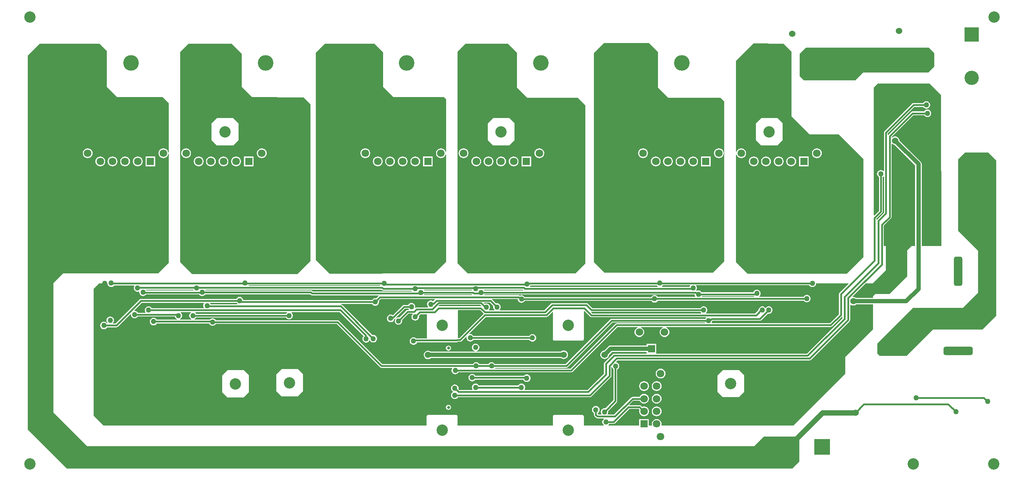
<source format=gbl>
G04*
G04 #@! TF.GenerationSoftware,Altium Limited,Altium Designer,20.0.11 (256)*
G04*
G04 Layer_Physical_Order=2*
G04 Layer_Color=16711680*
%FSLAX25Y25*%
%MOIN*%
G70*
G01*
G75*
%ADD99C,0.01500*%
%ADD100C,0.05000*%
%ADD103C,0.04000*%
%ADD106C,0.10630*%
G04:AMPARAMS|DCode=107|XSize=78.74mil|YSize=275.59mil|CornerRadius=19.68mil|HoleSize=0mil|Usage=FLASHONLY|Rotation=90.000|XOffset=0mil|YOffset=0mil|HoleType=Round|Shape=RoundedRectangle|*
%AMROUNDEDRECTD107*
21,1,0.07874,0.23622,0,0,90.0*
21,1,0.03937,0.27559,0,0,90.0*
1,1,0.03937,0.11811,0.01968*
1,1,0.03937,0.11811,-0.01968*
1,1,0.03937,-0.11811,-0.01968*
1,1,0.03937,-0.11811,0.01968*
%
%ADD107ROUNDEDRECTD107*%
G04:AMPARAMS|DCode=108|XSize=78.74mil|YSize=275.59mil|CornerRadius=19.68mil|HoleSize=0mil|Usage=FLASHONLY|Rotation=180.000|XOffset=0mil|YOffset=0mil|HoleType=Round|Shape=RoundedRectangle|*
%AMROUNDEDRECTD108*
21,1,0.07874,0.23622,0,0,180.0*
21,1,0.03937,0.27559,0,0,180.0*
1,1,0.03937,-0.01968,0.11811*
1,1,0.03937,0.01968,0.11811*
1,1,0.03937,0.01968,-0.11811*
1,1,0.03937,-0.01968,-0.11811*
%
%ADD108ROUNDEDRECTD108*%
%ADD109C,0.02756*%
%ADD110C,0.07087*%
%ADD111R,0.07087X0.07087*%
%ADD112C,0.06000*%
%ADD113C,0.13386*%
%ADD114R,0.13386X0.13386*%
%ADD115R,0.14600X0.14600*%
%ADD116C,0.14600*%
%ADD117R,0.07087X0.07087*%
%ADD118C,0.05000*%
G36*
X-72845Y-40304D02*
X-67900Y-45250D01*
X-67900Y-58150D01*
X-73600Y-63850D01*
X-134500Y-63850D01*
X-141800Y-71150D01*
X-190000D01*
X-193800Y-67350D01*
X-193800Y-46050D01*
X-188054Y-40304D01*
X-72845Y-40304D01*
D02*
G37*
G36*
X-61500Y-84916D02*
X-61041Y-225896D01*
X-61394Y-226250D01*
X-79674D01*
Y-149450D01*
X-79674Y-149450D01*
X-79777Y-148667D01*
X-80080Y-147937D01*
X-80560Y-147310D01*
X-100603Y-127268D01*
X-100703Y-126506D01*
X-101106Y-125533D01*
X-101747Y-124697D01*
X-102583Y-124056D01*
X-103556Y-123653D01*
X-104600Y-123515D01*
X-105644Y-123653D01*
X-106617Y-124056D01*
X-107396Y-124654D01*
X-107856Y-124508D01*
X-107903Y-124076D01*
X-87495Y-103668D01*
X-77286D01*
X-76740Y-104381D01*
X-76008Y-104941D01*
X-75157Y-105294D01*
X-74243Y-105414D01*
X-73330Y-105294D01*
X-72478Y-104941D01*
X-71747Y-104381D01*
X-71186Y-103649D01*
X-70833Y-102798D01*
X-70713Y-101884D01*
X-70833Y-100971D01*
X-71186Y-100119D01*
X-71747Y-99388D01*
X-72478Y-98827D01*
X-73330Y-98474D01*
X-74243Y-98354D01*
X-75157Y-98474D01*
X-76008Y-98827D01*
X-76740Y-99388D01*
X-77286Y-100100D01*
X-88234D01*
X-88917Y-100236D01*
X-89496Y-100623D01*
X-89496Y-100623D01*
X-110916Y-122042D01*
X-111108Y-122017D01*
X-111416Y-121868D01*
Y-120789D01*
X-86505Y-95878D01*
X-78251D01*
X-77705Y-96590D01*
X-76974Y-97151D01*
X-76122Y-97504D01*
X-75208Y-97624D01*
X-74295Y-97504D01*
X-73443Y-97151D01*
X-72712Y-96590D01*
X-72151Y-95859D01*
X-71799Y-95008D01*
X-71678Y-94094D01*
X-71799Y-93180D01*
X-72151Y-92329D01*
X-72712Y-91598D01*
X-73443Y-91037D01*
X-74295Y-90684D01*
X-75208Y-90564D01*
X-76122Y-90684D01*
X-76974Y-91037D01*
X-77705Y-91598D01*
X-78251Y-92310D01*
X-87244D01*
X-87244Y-92310D01*
X-87927Y-92446D01*
X-88506Y-92832D01*
X-88506Y-92832D01*
X-114462Y-118788D01*
X-114848Y-119367D01*
X-114984Y-120050D01*
Y-155947D01*
X-115484Y-156082D01*
X-116135Y-155583D01*
X-116986Y-155230D01*
X-117900Y-155110D01*
X-118814Y-155230D01*
X-119665Y-155583D01*
X-120396Y-156144D01*
X-120957Y-156875D01*
X-121310Y-157726D01*
X-121430Y-158640D01*
X-121310Y-159554D01*
X-120957Y-160405D01*
X-120396Y-161136D01*
X-119684Y-161683D01*
Y-193311D01*
X-123995Y-197621D01*
X-124457Y-197430D01*
X-124626Y-77977D01*
X-120862Y-74129D01*
X-72286Y-74129D01*
X-61500Y-84916D01*
D02*
G37*
G36*
X-584002Y-44703D02*
X-584002Y-77182D01*
X-574408Y-86777D01*
X-526772Y-86777D01*
X-524800Y-88749D01*
X-524800Y-138221D01*
X-525300Y-138254D01*
X-525317Y-138125D01*
X-525775Y-137020D01*
X-526503Y-136071D01*
X-527452Y-135343D01*
X-528557Y-134885D01*
X-529743Y-134729D01*
X-530929Y-134885D01*
X-532034Y-135343D01*
X-532984Y-136071D01*
X-533712Y-137020D01*
X-534170Y-138125D01*
X-534326Y-139311D01*
X-534170Y-140497D01*
X-533712Y-141602D01*
X-532984Y-142551D01*
X-532034Y-143280D01*
X-530929Y-143737D01*
X-529743Y-143894D01*
X-528557Y-143737D01*
X-527452Y-143280D01*
X-526503Y-142551D01*
X-525775Y-141602D01*
X-525317Y-140497D01*
X-525300Y-140368D01*
X-524800Y-140401D01*
X-524800Y-240965D01*
X-535980Y-252145D01*
X-634068Y-252223D01*
X-646847Y-239445D01*
Y-44935D01*
X-638650Y-36738D01*
X-591968Y-36737D01*
X-584002Y-44703D01*
D02*
G37*
G36*
X-858814Y-36587D02*
X-858673Y-36728D01*
X-849183Y-36713D01*
X-842379Y-43517D01*
X-842379Y-77183D01*
X-832785Y-86777D01*
X-790293Y-86777D01*
X-784600Y-92470D01*
X-784600Y-138544D01*
X-785100Y-138576D01*
X-785159Y-138125D01*
X-785617Y-137020D01*
X-786345Y-136071D01*
X-787294Y-135343D01*
X-788400Y-134885D01*
X-789586Y-134729D01*
X-790772Y-134885D01*
X-791877Y-135343D01*
X-792826Y-136071D01*
X-793554Y-137020D01*
X-794012Y-138125D01*
X-794168Y-139311D01*
X-794012Y-140497D01*
X-793554Y-141602D01*
X-792826Y-142551D01*
X-791877Y-143280D01*
X-790772Y-143737D01*
X-789586Y-143894D01*
X-788400Y-143737D01*
X-787294Y-143280D01*
X-786345Y-142551D01*
X-785617Y-141602D01*
X-785159Y-140497D01*
X-785100Y-140046D01*
X-784600Y-140078D01*
X-784600Y-242293D01*
X-794433Y-252126D01*
X-883476Y-252126D01*
X-892500Y-261150D01*
X-892500Y-382200D01*
X-860750Y-413950D01*
X-236450Y-413950D01*
X-227450Y-404950D01*
X-194300Y-404950D01*
X-194300Y-428600D01*
X-200750Y-435050D01*
X-879750Y-435050D01*
X-916600Y-398200D01*
Y-47800D01*
X-905387Y-36586D01*
X-858814Y-36587D01*
D02*
G37*
G36*
X-209076Y-36566D02*
X-201600Y-44043D01*
X-201600Y-104746D01*
X-184562Y-121783D01*
X-157039D01*
X-134206Y-144617D01*
X-134206Y-236715D01*
X-149964Y-252473D01*
X-242546Y-252473D01*
X-253460Y-241559D01*
X-253486Y-140792D01*
X-252986Y-140693D01*
X-252609Y-141602D01*
X-251881Y-142551D01*
X-250932Y-143280D01*
X-249827Y-143737D01*
X-248641Y-143894D01*
X-247455Y-143737D01*
X-246350Y-143280D01*
X-245401Y-142551D01*
X-244672Y-141602D01*
X-244215Y-140497D01*
X-244058Y-139311D01*
X-244215Y-138125D01*
X-244672Y-137020D01*
X-245401Y-136071D01*
X-246350Y-135343D01*
X-247455Y-134885D01*
X-248641Y-134729D01*
X-249827Y-134885D01*
X-250932Y-135343D01*
X-251881Y-136071D01*
X-252609Y-137020D01*
X-252987Y-137931D01*
X-253487Y-137832D01*
X-253509Y-52837D01*
X-237171Y-36498D01*
X-209076Y-36566D01*
D02*
G37*
G36*
X-114984Y-161334D02*
Y-195011D01*
X-121546Y-201572D01*
X-121615Y-201569D01*
X-122046Y-201413D01*
Y-200719D01*
X-116638Y-195312D01*
X-116252Y-194733D01*
X-116116Y-194050D01*
Y-161683D01*
X-115484Y-161198D01*
X-114984Y-161334D01*
D02*
G37*
G36*
X-106617Y-131044D02*
X-105644Y-131447D01*
X-104882Y-131547D01*
X-85726Y-150703D01*
Y-226250D01*
X-89340D01*
X-93100Y-230435D01*
X-93100Y-254850D01*
X-109700Y-271450D01*
X-123151D01*
X-125266Y-273565D01*
X-125265Y-271450D01*
X-125268D01*
X-125268Y-274776D01*
X-125621Y-275129D01*
X-141060D01*
X-141670Y-274661D01*
X-142643Y-274258D01*
X-143687Y-274121D01*
X-144209Y-274189D01*
X-144442Y-273716D01*
X-132006Y-261280D01*
X-125580D01*
X-113200Y-248900D01*
X-113200Y-226250D01*
X-115178D01*
Y-207251D01*
X-108438Y-200512D01*
X-108438Y-200512D01*
X-108052Y-199933D01*
X-107916Y-199250D01*
X-107916Y-199250D01*
Y-130560D01*
X-107686Y-130482D01*
X-107416Y-130431D01*
X-106617Y-131044D01*
D02*
G37*
G36*
X-335188Y-35918D02*
X-326606Y-44500D01*
X-326606Y-77606D01*
X-317012Y-87200D01*
X-267741Y-87265D01*
X-264400Y-90606D01*
X-264400Y-240627D01*
X-275194Y-251421D01*
X-376592Y-251421D01*
X-386447Y-241566D01*
X-386447Y-45473D01*
X-376892Y-35918D01*
X-335188Y-35918D01*
D02*
G37*
G36*
X-458496Y-44911D02*
X-458496Y-77606D01*
X-448902Y-87200D01*
X-401734Y-87235D01*
X-394500Y-94469D01*
X-394500Y-242843D01*
X-403691Y-252034D01*
X-504408Y-252082D01*
X-514078Y-242412D01*
X-514077Y-43888D01*
X-506771Y-36582D01*
X-466825Y-36582D01*
X-458496Y-44911D01*
D02*
G37*
G36*
X-725579Y-36800D02*
X-716047Y-46332D01*
X-716047Y-77182D01*
X-706453Y-86777D01*
X-658466Y-86909D01*
X-651878Y-93497D01*
X-651878Y-240272D01*
X-664259Y-252653D01*
X-762517Y-252759D01*
X-773925Y-241351D01*
X-773925Y-44519D01*
X-766206Y-36800D01*
X-725579Y-36800D01*
D02*
G37*
G36*
X-586445Y-263125D02*
X-586722Y-263625D01*
X-709485D01*
X-709763Y-263125D01*
X-709722Y-263059D01*
X-586485D01*
X-586445Y-263125D01*
D02*
G37*
G36*
X-296450Y-263543D02*
X-296757Y-263944D01*
X-297019Y-264575D01*
X-322681D01*
X-322850Y-264075D01*
X-322304Y-263655D01*
X-321834Y-263043D01*
X-296696D01*
X-296450Y-263543D01*
D02*
G37*
G36*
X-327296Y-263655D02*
X-326749Y-264075D01*
X-326919Y-264575D01*
X-446206D01*
X-446427Y-264126D01*
X-446233Y-263874D01*
X-445972Y-263243D01*
X-327612D01*
X-327296Y-263655D01*
D02*
G37*
G36*
X-148306Y-261280D02*
X-148115Y-261742D01*
X-156562Y-270188D01*
X-156948Y-270767D01*
X-157084Y-271450D01*
Y-290311D01*
X-165498Y-298725D01*
X-276115D01*
X-276336Y-298276D01*
X-276143Y-298024D01*
X-275790Y-297173D01*
X-275729Y-296712D01*
X-275486Y-296468D01*
X-231114D01*
X-230431Y-296332D01*
X-229853Y-295946D01*
X-223690Y-289783D01*
X-222800Y-289900D01*
X-221886Y-289780D01*
X-221035Y-289427D01*
X-220304Y-288866D01*
X-219743Y-288135D01*
X-219390Y-287283D01*
X-219270Y-286370D01*
X-219390Y-285456D01*
X-219743Y-284605D01*
X-220304Y-283874D01*
X-221035Y-283313D01*
X-221886Y-282960D01*
X-222800Y-282839D01*
X-223714Y-282960D01*
X-224565Y-283313D01*
X-225296Y-283874D01*
X-225585Y-284249D01*
X-226085D01*
X-226373Y-283874D01*
X-227104Y-283313D01*
X-227956Y-282960D01*
X-228869Y-282839D01*
X-229783Y-282960D01*
X-230634Y-283313D01*
X-231366Y-283874D01*
X-231927Y-284605D01*
X-232279Y-285456D01*
X-232400Y-286370D01*
X-232381Y-286508D01*
X-235439Y-289566D01*
X-281394D01*
X-281564Y-289066D01*
X-281304Y-288866D01*
X-280743Y-288135D01*
X-280390Y-287283D01*
X-280270Y-286370D01*
X-280390Y-285456D01*
X-280743Y-284605D01*
X-281304Y-283874D01*
X-282035Y-283313D01*
X-282886Y-282960D01*
X-283800Y-282839D01*
X-284714Y-282960D01*
X-285565Y-283313D01*
X-286296Y-283874D01*
X-286842Y-284585D01*
X-388191D01*
X-392338Y-280438D01*
X-392917Y-280051D01*
X-393600Y-279916D01*
X-425500D01*
X-426183Y-280051D01*
X-426762Y-280438D01*
X-426762Y-280438D01*
X-432998Y-286675D01*
X-474838D01*
X-475008Y-286175D01*
X-474810Y-286023D01*
X-474249Y-285292D01*
X-473896Y-284440D01*
X-473776Y-283527D01*
X-473896Y-282613D01*
X-474249Y-281762D01*
X-474810Y-281030D01*
X-475541Y-280469D01*
X-476392Y-280117D01*
X-477306Y-279996D01*
X-478196Y-280114D01*
X-481816Y-276493D01*
X-481628Y-275993D01*
X-457919D01*
X-457875Y-276043D01*
X-457755Y-276957D01*
X-457403Y-277808D01*
X-456842Y-278539D01*
X-456110Y-279101D01*
X-455259Y-279453D01*
X-454345Y-279573D01*
X-453432Y-279453D01*
X-452580Y-279101D01*
X-451849Y-278539D01*
X-451303Y-277828D01*
X-332606D01*
X-332240Y-278305D01*
X-331508Y-278866D01*
X-330657Y-279219D01*
X-329743Y-279339D01*
X-328830Y-279219D01*
X-327978Y-278866D01*
X-327247Y-278305D01*
X-326701Y-277593D01*
X-190127D01*
X-189696Y-278155D01*
X-188965Y-278716D01*
X-188114Y-279069D01*
X-187200Y-279189D01*
X-186286Y-279069D01*
X-185435Y-278716D01*
X-184704Y-278155D01*
X-184143Y-277424D01*
X-183790Y-276573D01*
X-183670Y-275659D01*
X-183790Y-274745D01*
X-184143Y-273894D01*
X-184704Y-273163D01*
X-185435Y-272602D01*
X-186286Y-272249D01*
X-187200Y-272129D01*
X-188114Y-272249D01*
X-188965Y-272602D01*
X-189696Y-273163D01*
X-190257Y-273894D01*
X-190311Y-274025D01*
X-231644D01*
X-231813Y-273525D01*
X-231486Y-273273D01*
X-230925Y-272542D01*
X-230572Y-271691D01*
X-230452Y-270777D01*
X-230572Y-269864D01*
X-230925Y-269012D01*
X-231486Y-268281D01*
X-232217Y-267720D01*
X-233068Y-267367D01*
X-233982Y-267247D01*
X-234896Y-267367D01*
X-235747Y-267720D01*
X-236478Y-268281D01*
X-237039Y-269012D01*
X-237355Y-269775D01*
X-285658D01*
X-286204Y-269063D01*
X-286935Y-268502D01*
X-287786Y-268149D01*
X-288700Y-268029D01*
X-289614Y-268149D01*
X-290267Y-268420D01*
X-290700Y-268228D01*
X-290846Y-267740D01*
X-290643Y-267474D01*
X-290290Y-266623D01*
X-290170Y-265709D01*
X-290290Y-264795D01*
X-290643Y-263944D01*
X-290950Y-263543D01*
X-290704Y-263043D01*
X-185042D01*
X-185041Y-263045D01*
X-184480Y-263776D01*
X-183749Y-264337D01*
X-182897Y-264689D01*
X-181984Y-264810D01*
X-181070Y-264689D01*
X-180219Y-264337D01*
X-179488Y-263776D01*
X-178927Y-263045D01*
X-178574Y-262193D01*
X-178454Y-261280D01*
X-148306Y-261280D01*
D02*
G37*
G36*
X-452463Y-267621D02*
X-452463Y-267621D01*
X-452382Y-267675D01*
X-452533Y-268175D01*
X-489181D01*
X-489550Y-267693D01*
X-489304Y-267193D01*
X-452890D01*
X-452463Y-267621D01*
D02*
G37*
G36*
X-500821Y-267675D02*
X-501121Y-268175D01*
X-545401D01*
X-545522Y-267993D01*
X-545253Y-267493D01*
X-500918D01*
X-500821Y-267675D01*
D02*
G37*
G36*
X-761560Y-267474D02*
X-761367Y-267726D01*
X-761588Y-268175D01*
X-805483D01*
X-805564Y-267979D01*
X-805758Y-267727D01*
X-805536Y-267278D01*
X-761642D01*
X-761560Y-267474D01*
D02*
G37*
G36*
X-585071Y-267771D02*
X-585071Y-267771D01*
X-584492Y-268158D01*
X-583809Y-268293D01*
X-557077D01*
X-556957Y-268475D01*
X-557225Y-268975D01*
X-649772D01*
X-650264Y-268482D01*
X-650843Y-268096D01*
X-651526Y-267960D01*
X-750103D01*
X-750293Y-267677D01*
X-750044Y-267193D01*
X-585648D01*
X-585071Y-267771D01*
D02*
G37*
G36*
X-500638Y-271925D02*
X-500877Y-272425D01*
X-545253D01*
X-545522Y-271925D01*
X-545401Y-271743D01*
X-500785D01*
X-500638Y-271925D01*
D02*
G37*
G36*
X-236453Y-273525D02*
X-236686Y-274025D01*
X-285253D01*
X-285522Y-273525D01*
X-285401Y-273343D01*
X-236606D01*
X-236453Y-273525D01*
D02*
G37*
G36*
X-292110Y-272473D02*
X-291757Y-273324D01*
X-291564Y-273576D01*
X-291785Y-274025D01*
X-326701D01*
X-327247Y-273313D01*
X-327978Y-272752D01*
X-328830Y-272399D01*
X-329743Y-272279D01*
X-330657Y-272399D01*
X-331508Y-272752D01*
X-332240Y-273313D01*
X-332801Y-274044D01*
X-332890Y-274259D01*
X-451303D01*
X-451849Y-273547D01*
X-452580Y-272986D01*
X-453432Y-272633D01*
X-454345Y-272513D01*
X-455259Y-272633D01*
X-455829Y-272869D01*
X-456291Y-272561D01*
X-456974Y-272425D01*
X-488777D01*
X-489045Y-271925D01*
X-488925Y-271743D01*
X-292206D01*
X-292110Y-272473D01*
D02*
G37*
G36*
X-841914Y-261280D02*
X-841810Y-262073D01*
X-841457Y-262924D01*
X-840896Y-263655D01*
X-840165Y-264216D01*
X-839314Y-264569D01*
X-838400Y-264689D01*
X-837486Y-264569D01*
X-836635Y-264216D01*
X-835904Y-263655D01*
X-835588Y-263243D01*
X-816907D01*
X-816686Y-263692D01*
X-816879Y-263944D01*
X-817232Y-264795D01*
X-817352Y-265709D01*
X-817232Y-266623D01*
X-816879Y-267474D01*
X-816318Y-268205D01*
X-815587Y-268766D01*
X-814736Y-269119D01*
X-813822Y-269239D01*
X-812908Y-269119D01*
X-812554Y-268972D01*
X-812096Y-269324D01*
X-812151Y-269744D01*
X-812031Y-270658D01*
X-811679Y-271509D01*
X-811117Y-272240D01*
X-810386Y-272801D01*
X-809535Y-273154D01*
X-808621Y-273274D01*
X-807708Y-273154D01*
X-806856Y-272801D01*
X-806125Y-272240D01*
X-805744Y-271743D01*
X-756216D01*
X-755834Y-272240D01*
X-755103Y-272801D01*
X-754252Y-273154D01*
X-753338Y-273274D01*
X-752424Y-273154D01*
X-751573Y-272801D01*
X-750842Y-272240D01*
X-750296Y-271528D01*
X-652265D01*
X-651773Y-272021D01*
X-651773Y-272021D01*
X-651194Y-272408D01*
X-650511Y-272543D01*
X-588284D01*
X-588197Y-272667D01*
X-588095Y-273043D01*
X-590476Y-275424D01*
X-591200Y-275329D01*
X-592114Y-275449D01*
X-592965Y-275802D01*
X-593696Y-276363D01*
X-594166Y-276976D01*
X-714747D01*
X-714790Y-276645D01*
X-715143Y-275794D01*
X-715704Y-275063D01*
X-716435Y-274502D01*
X-717286Y-274149D01*
X-718200Y-274029D01*
X-719114Y-274149D01*
X-719965Y-274502D01*
X-720696Y-275063D01*
X-721257Y-275794D01*
X-721343Y-276000D01*
X-810484D01*
X-811167Y-276136D01*
X-811746Y-276522D01*
X-834268Y-299045D01*
X-836767D01*
X-836927Y-298571D01*
X-836851Y-298513D01*
X-836290Y-297782D01*
X-835937Y-296930D01*
X-835817Y-296017D01*
X-835937Y-295103D01*
X-836290Y-294251D01*
X-836851Y-293520D01*
X-837582Y-292959D01*
X-838433Y-292607D01*
X-839347Y-292486D01*
X-840261Y-292607D01*
X-841112Y-292959D01*
X-841843Y-293520D01*
X-842404Y-294251D01*
X-842757Y-295103D01*
X-842877Y-296017D01*
X-842757Y-296930D01*
X-842404Y-297782D01*
X-842018Y-298285D01*
X-842232Y-298822D01*
X-842388Y-298845D01*
X-842781Y-298333D01*
X-843512Y-297772D01*
X-844363Y-297419D01*
X-845277Y-297299D01*
X-846191Y-297419D01*
X-847042Y-297772D01*
X-847773Y-298333D01*
X-848334Y-299064D01*
X-848687Y-299916D01*
X-848807Y-300829D01*
X-848687Y-301743D01*
X-848334Y-302594D01*
X-847773Y-303325D01*
X-847042Y-303886D01*
X-846191Y-304239D01*
X-845277Y-304359D01*
X-844363Y-304239D01*
X-843512Y-303886D01*
X-842781Y-303325D01*
X-842235Y-302613D01*
X-833529D01*
X-832846Y-302478D01*
X-832267Y-302091D01*
X-820466Y-290290D01*
X-820018Y-290511D01*
X-820030Y-290605D01*
X-819910Y-291518D01*
X-819557Y-292370D01*
X-818996Y-293101D01*
X-818265Y-293662D01*
X-817414Y-294015D01*
X-816500Y-294135D01*
X-815586Y-294015D01*
X-814735Y-293662D01*
X-814004Y-293101D01*
X-813532Y-292486D01*
X-778921D01*
X-778910Y-292573D01*
X-778557Y-293424D01*
X-777996Y-294155D01*
X-777265Y-294716D01*
X-776883Y-294875D01*
X-776982Y-295375D01*
X-795757D01*
X-796304Y-294663D01*
X-797035Y-294102D01*
X-797886Y-293749D01*
X-798800Y-293629D01*
X-799714Y-293749D01*
X-800565Y-294102D01*
X-801296Y-294663D01*
X-801857Y-295394D01*
X-802210Y-296245D01*
X-802330Y-297159D01*
X-802210Y-298073D01*
X-801857Y-298924D01*
X-801296Y-299655D01*
X-800565Y-300216D01*
X-799714Y-300569D01*
X-798800Y-300689D01*
X-797886Y-300569D01*
X-797035Y-300216D01*
X-796304Y-299655D01*
X-795757Y-298943D01*
X-746760D01*
X-746560Y-299424D01*
X-745999Y-300155D01*
X-745268Y-300716D01*
X-744417Y-301069D01*
X-743503Y-301189D01*
X-742589Y-301069D01*
X-741738Y-300716D01*
X-741007Y-300155D01*
X-740461Y-299443D01*
X-627280D01*
X-586703Y-340021D01*
X-586703Y-340021D01*
X-586124Y-340407D01*
X-585441Y-340543D01*
X-585441Y-340543D01*
X-519389D01*
X-519168Y-340992D01*
X-519361Y-341244D01*
X-519714Y-342095D01*
X-519834Y-343009D01*
X-519714Y-343923D01*
X-519361Y-344774D01*
X-518800Y-345505D01*
X-518069Y-346066D01*
X-517218Y-346419D01*
X-516304Y-346539D01*
X-515390Y-346419D01*
X-514539Y-346066D01*
X-513808Y-345505D01*
X-513261Y-344793D01*
X-407859D01*
X-407176Y-344657D01*
X-406597Y-344271D01*
X-364620Y-302293D01*
X-345493D01*
X-345394Y-302793D01*
X-346302Y-303170D01*
X-347251Y-303898D01*
X-347980Y-304847D01*
X-348437Y-305952D01*
X-348593Y-307138D01*
X-348437Y-308324D01*
X-347980Y-309429D01*
X-347251Y-310379D01*
X-346302Y-311107D01*
X-345197Y-311565D01*
X-344011Y-311721D01*
X-342825Y-311565D01*
X-341720Y-311107D01*
X-340771Y-310379D01*
X-340042Y-309429D01*
X-339585Y-308324D01*
X-339428Y-307138D01*
X-339585Y-305952D01*
X-340042Y-304847D01*
X-340771Y-303898D01*
X-341720Y-303170D01*
X-342628Y-302793D01*
X-342529Y-302293D01*
X-321871D01*
X-321772Y-302793D01*
X-322680Y-303170D01*
X-323629Y-303898D01*
X-324358Y-304847D01*
X-324815Y-305952D01*
X-324972Y-307138D01*
X-324815Y-308324D01*
X-324358Y-309429D01*
X-323629Y-310379D01*
X-322680Y-311107D01*
X-321575Y-311565D01*
X-320389Y-311721D01*
X-319203Y-311565D01*
X-318098Y-311107D01*
X-317149Y-310379D01*
X-316420Y-309429D01*
X-315963Y-308324D01*
X-315807Y-307138D01*
X-315963Y-305952D01*
X-316420Y-304847D01*
X-317149Y-303898D01*
X-318098Y-303170D01*
X-319006Y-302793D01*
X-318907Y-302293D01*
X-164759D01*
X-164076Y-302157D01*
X-163497Y-301771D01*
X-154284Y-292558D01*
X-153784Y-292765D01*
Y-293911D01*
X-187239Y-327366D01*
X-327622D01*
X-328050Y-327193D01*
X-328050Y-326866D01*
Y-318107D01*
X-337137D01*
Y-319667D01*
X-370942D01*
X-370942Y-319667D01*
X-371726Y-319770D01*
X-372456Y-320072D01*
X-373082Y-320553D01*
X-373082Y-320553D01*
X-376782Y-324253D01*
X-377544Y-324353D01*
X-378517Y-324756D01*
X-379353Y-325397D01*
X-379994Y-326233D01*
X-380397Y-327206D01*
X-380535Y-328250D01*
X-380397Y-329294D01*
X-379994Y-330267D01*
X-379353Y-331103D01*
X-378517Y-331744D01*
X-377544Y-332147D01*
X-376500Y-332284D01*
X-375456Y-332147D01*
X-374483Y-331744D01*
X-373647Y-331103D01*
X-373006Y-330267D01*
X-372603Y-329294D01*
X-372503Y-328532D01*
X-369689Y-325718D01*
X-337491D01*
X-337137Y-326072D01*
X-337137Y-327193D01*
X-337566Y-327366D01*
X-367700D01*
X-368383Y-327502D01*
X-368962Y-327888D01*
X-368962Y-327888D01*
X-376562Y-335488D01*
X-376948Y-336067D01*
X-377084Y-336750D01*
Y-345911D01*
X-392539Y-361366D01*
X-451315D01*
X-451536Y-360917D01*
X-451343Y-360665D01*
X-450990Y-359814D01*
X-450870Y-358900D01*
X-450990Y-357986D01*
X-451343Y-357135D01*
X-451904Y-356404D01*
X-452635Y-355843D01*
X-453486Y-355490D01*
X-454400Y-355370D01*
X-455314Y-355490D01*
X-456165Y-355843D01*
X-456896Y-356404D01*
X-457443Y-357116D01*
X-494181D01*
X-494727Y-356404D01*
X-495459Y-355843D01*
X-496310Y-355490D01*
X-497224Y-355370D01*
X-498137Y-355490D01*
X-498989Y-355843D01*
X-499720Y-356404D01*
X-500281Y-357135D01*
X-500633Y-357986D01*
X-500754Y-358900D01*
X-500633Y-359814D01*
X-500281Y-360665D01*
X-500087Y-360917D01*
X-500309Y-361366D01*
X-512567D01*
X-513338Y-360595D01*
X-513221Y-359705D01*
X-513341Y-358791D01*
X-513694Y-357940D01*
X-514255Y-357208D01*
X-514986Y-356647D01*
X-515837Y-356295D01*
X-516751Y-356175D01*
X-517665Y-356295D01*
X-518516Y-356647D01*
X-519247Y-357208D01*
X-519808Y-357940D01*
X-520161Y-358791D01*
X-520281Y-359705D01*
X-520161Y-360618D01*
X-519808Y-361470D01*
X-519247Y-362201D01*
X-518566Y-362723D01*
X-518536Y-363003D01*
X-518566Y-363282D01*
X-519248Y-363805D01*
X-519809Y-364536D01*
X-520161Y-365388D01*
X-520282Y-366301D01*
X-520161Y-367215D01*
X-519809Y-368067D01*
X-519248Y-368798D01*
X-518516Y-369359D01*
X-517665Y-369711D01*
X-516751Y-369832D01*
X-515838Y-369711D01*
X-514986Y-369359D01*
X-514255Y-368798D01*
X-513709Y-368086D01*
X-390351D01*
X-389669Y-367950D01*
X-389090Y-367563D01*
X-370738Y-349212D01*
X-370738Y-349212D01*
X-370352Y-348633D01*
X-370216Y-347950D01*
Y-339800D01*
X-369716Y-339768D01*
X-369710Y-339812D01*
X-369357Y-340663D01*
X-368796Y-341394D01*
X-368284Y-341787D01*
Y-371090D01*
X-375710Y-378516D01*
X-376600Y-378399D01*
X-377514Y-378519D01*
X-378365Y-378872D01*
X-379096Y-379433D01*
X-379657Y-380164D01*
X-380010Y-381015D01*
X-380130Y-381929D01*
X-380010Y-382842D01*
X-379657Y-383694D01*
X-379464Y-383946D01*
X-379685Y-384395D01*
X-382530D01*
X-382927Y-383998D01*
Y-382943D01*
X-382215Y-382396D01*
X-381654Y-381665D01*
X-381302Y-380814D01*
X-381182Y-379900D01*
X-381302Y-378986D01*
X-381654Y-378135D01*
X-382215Y-377404D01*
X-382947Y-376843D01*
X-383798Y-376490D01*
X-384712Y-376370D01*
X-385625Y-376490D01*
X-386477Y-376843D01*
X-387208Y-377404D01*
X-387769Y-378135D01*
X-388122Y-378986D01*
X-388242Y-379900D01*
X-388122Y-380814D01*
X-387769Y-381665D01*
X-387208Y-382396D01*
X-386496Y-382943D01*
Y-384737D01*
X-386360Y-385420D01*
X-385973Y-385998D01*
X-384531Y-387440D01*
X-383952Y-387827D01*
X-383269Y-387963D01*
X-377286D01*
X-377116Y-388463D01*
X-377671Y-388889D01*
X-378232Y-389620D01*
X-378585Y-390471D01*
X-378705Y-391385D01*
X-378585Y-392299D01*
X-378232Y-393150D01*
X-377671Y-393881D01*
X-377232Y-394218D01*
X-377402Y-394718D01*
X-395930Y-394718D01*
Y-386083D01*
X-396047Y-385497D01*
X-396378Y-385001D01*
X-396874Y-384670D01*
X-397460Y-384553D01*
X-423444D01*
X-424029Y-384670D01*
X-424525Y-385001D01*
X-424857Y-385497D01*
X-424973Y-386083D01*
Y-394718D01*
X-514041Y-394718D01*
Y-386083D01*
X-514157Y-385497D01*
X-514489Y-385001D01*
X-514985Y-384670D01*
X-515570Y-384553D01*
X-541554D01*
X-542140Y-384670D01*
X-542636Y-385001D01*
X-542967Y-385497D01*
X-543084Y-386083D01*
Y-394718D01*
X-845482Y-394718D01*
X-854787Y-385413D01*
X-854932Y-266282D01*
X-849930Y-261280D01*
X-841914D01*
D02*
G37*
G36*
X-535358Y-276493D02*
X-537047Y-278183D01*
X-537465Y-277863D01*
X-538316Y-277510D01*
X-539230Y-277390D01*
X-540144Y-277510D01*
X-540995Y-277863D01*
X-541726Y-278424D01*
X-542287Y-279155D01*
X-542640Y-280006D01*
X-542760Y-280920D01*
X-542640Y-281834D01*
X-542287Y-282685D01*
X-541765Y-283366D01*
X-541859Y-283805D01*
X-541879Y-283866D01*
X-552395D01*
X-552395Y-283866D01*
X-553078Y-284001D01*
X-553390Y-284210D01*
X-553856Y-283920D01*
X-553770Y-283267D01*
X-553890Y-282353D01*
X-554243Y-281502D01*
X-554804Y-280771D01*
X-555535Y-280210D01*
X-556386Y-279857D01*
X-557300Y-279737D01*
X-558214Y-279857D01*
X-559065Y-280210D01*
X-559796Y-280771D01*
X-560357Y-281502D01*
X-560404Y-281616D01*
X-564352D01*
X-564352Y-281616D01*
X-565034Y-281751D01*
X-565613Y-282138D01*
X-565613Y-282138D01*
X-574771Y-291296D01*
X-575035Y-291093D01*
X-575886Y-290740D01*
X-576800Y-290620D01*
X-577714Y-290740D01*
X-578565Y-291093D01*
X-579296Y-291654D01*
X-579857Y-292385D01*
X-580210Y-293236D01*
X-580330Y-294150D01*
X-580210Y-295064D01*
X-579857Y-295915D01*
X-579296Y-296646D01*
X-578565Y-297207D01*
X-577714Y-297560D01*
X-576800Y-297680D01*
X-575886Y-297560D01*
X-575035Y-297207D01*
X-574304Y-296646D01*
X-573743Y-295915D01*
X-573390Y-295064D01*
X-573375Y-294946D01*
X-572743Y-294314D01*
X-572366Y-294645D01*
X-572557Y-294894D01*
X-572910Y-295745D01*
X-573030Y-296659D01*
X-572910Y-297573D01*
X-572557Y-298424D01*
X-571996Y-299155D01*
X-571265Y-299716D01*
X-570414Y-300069D01*
X-569500Y-300189D01*
X-568586Y-300069D01*
X-567735Y-299716D01*
X-567004Y-299155D01*
X-566443Y-298424D01*
X-566090Y-297573D01*
X-565970Y-296659D01*
X-566087Y-295769D01*
X-560153Y-289836D01*
X-556431D01*
X-556318Y-290336D01*
X-556836Y-291010D01*
X-557189Y-291862D01*
X-557309Y-292776D01*
X-557189Y-293689D01*
X-556836Y-294541D01*
X-556275Y-295272D01*
X-555544Y-295833D01*
X-554692Y-296185D01*
X-553779Y-296306D01*
X-552865Y-296185D01*
X-552014Y-295833D01*
X-551283Y-295272D01*
X-550722Y-294541D01*
X-550369Y-293689D01*
X-550248Y-292776D01*
X-550366Y-291886D01*
X-548723Y-290243D01*
X-542768D01*
Y-312967D01*
X-552894D01*
X-552904Y-312954D01*
X-553635Y-312393D01*
X-554486Y-312040D01*
X-555400Y-311920D01*
X-556314Y-312040D01*
X-557165Y-312393D01*
X-557896Y-312954D01*
X-558457Y-313685D01*
X-558810Y-314536D01*
X-558930Y-315450D01*
X-558810Y-316364D01*
X-558457Y-317215D01*
X-557896Y-317946D01*
X-557165Y-318507D01*
X-556314Y-318860D01*
X-555400Y-318980D01*
X-554486Y-318860D01*
X-553635Y-318507D01*
X-552904Y-317946D01*
X-552343Y-317215D01*
X-552061Y-316535D01*
X-514737D01*
X-514054Y-316400D01*
X-513732Y-316184D01*
X-511705D01*
X-511023Y-316049D01*
X-510444Y-315662D01*
X-506095Y-311313D01*
X-505910Y-311376D01*
X-505647Y-311572D01*
X-505754Y-312383D01*
X-505633Y-313296D01*
X-505281Y-314148D01*
X-504720Y-314879D01*
X-503989Y-315440D01*
X-503137Y-315793D01*
X-502224Y-315913D01*
X-501310Y-315793D01*
X-500458Y-315440D01*
X-499727Y-314879D01*
X-499240Y-314243D01*
X-447143D01*
X-446596Y-314955D01*
X-445865Y-315516D01*
X-445014Y-315869D01*
X-444100Y-315989D01*
X-443186Y-315869D01*
X-442335Y-315516D01*
X-441604Y-314955D01*
X-441043Y-314224D01*
X-440690Y-313373D01*
X-440570Y-312459D01*
X-440690Y-311545D01*
X-441043Y-310694D01*
X-441604Y-309963D01*
X-442335Y-309402D01*
X-443186Y-309049D01*
X-444100Y-308929D01*
X-445014Y-309049D01*
X-445865Y-309402D01*
X-446596Y-309963D01*
X-447143Y-310675D01*
X-499143D01*
X-499166Y-310618D01*
X-499727Y-309886D01*
X-500458Y-309325D01*
X-501310Y-308973D01*
X-502224Y-308853D01*
X-503034Y-308959D01*
X-503230Y-308696D01*
X-503293Y-308511D01*
X-487725Y-292943D01*
X-430859D01*
X-430176Y-292808D01*
X-429597Y-292421D01*
X-425435Y-288259D01*
X-424973Y-288450D01*
Y-313642D01*
X-424857Y-314227D01*
X-424525Y-314723D01*
X-424029Y-315055D01*
X-423444Y-315171D01*
X-397460D01*
X-396874Y-315055D01*
X-396378Y-314723D01*
X-396047Y-314227D01*
X-395930Y-313642D01*
Y-287657D01*
X-395980Y-287410D01*
X-395519Y-287163D01*
X-390071Y-292612D01*
X-389492Y-292999D01*
X-388809Y-293134D01*
X-281698D01*
X-281529Y-293634D01*
X-281696Y-293763D01*
X-282257Y-294494D01*
X-282287Y-294566D01*
X-369900D01*
X-369900Y-294566D01*
X-370583Y-294702D01*
X-371162Y-295088D01*
X-371162Y-295088D01*
X-413048Y-336975D01*
X-479319D01*
X-479866Y-336263D01*
X-480597Y-335702D01*
X-481448Y-335349D01*
X-482362Y-335229D01*
X-483276Y-335349D01*
X-484127Y-335702D01*
X-484858Y-336263D01*
X-485404Y-336975D01*
X-493757D01*
X-494304Y-336263D01*
X-495035Y-335702D01*
X-495886Y-335349D01*
X-496800Y-335229D01*
X-497714Y-335349D01*
X-498565Y-335702D01*
X-499296Y-336263D01*
X-499843Y-336975D01*
X-584702D01*
X-625279Y-296397D01*
X-625858Y-296011D01*
X-626541Y-295875D01*
X-740461D01*
X-741007Y-295163D01*
X-741738Y-294602D01*
X-742589Y-294249D01*
X-743503Y-294129D01*
X-744417Y-294249D01*
X-745268Y-294602D01*
X-745999Y-295163D01*
X-746162Y-295375D01*
X-760368D01*
X-760467Y-294875D01*
X-760085Y-294716D01*
X-759354Y-294155D01*
X-758807Y-293443D01*
X-674849D01*
X-674302Y-294155D01*
X-673571Y-294716D01*
X-672720Y-295069D01*
X-671806Y-295189D01*
X-670893Y-295069D01*
X-670041Y-294716D01*
X-669310Y-294155D01*
X-668749Y-293424D01*
X-668396Y-292573D01*
X-668276Y-291659D01*
X-668396Y-290745D01*
X-668749Y-289894D01*
X-669310Y-289163D01*
X-669866Y-288736D01*
X-669697Y-288236D01*
X-624647D01*
X-602279Y-310603D01*
X-602296Y-310863D01*
X-602857Y-311594D01*
X-603210Y-312445D01*
X-603330Y-313359D01*
X-603210Y-314273D01*
X-602857Y-315124D01*
X-602296Y-315855D01*
X-601565Y-316416D01*
X-600714Y-316769D01*
X-599800Y-316889D01*
X-598886Y-316769D01*
X-598035Y-316416D01*
X-597304Y-315855D01*
X-596743Y-315124D01*
X-596673Y-314957D01*
X-596173D01*
X-596157Y-314996D01*
X-595596Y-315727D01*
X-594865Y-316288D01*
X-594014Y-316641D01*
X-593100Y-316761D01*
X-592186Y-316641D01*
X-591335Y-316288D01*
X-590604Y-315727D01*
X-590043Y-314996D01*
X-589690Y-314144D01*
X-589570Y-313231D01*
X-589690Y-312317D01*
X-590043Y-311466D01*
X-590604Y-310735D01*
X-591335Y-310174D01*
X-592186Y-309821D01*
X-593100Y-309700D01*
X-593990Y-309818D01*
X-622258Y-281549D01*
X-622837Y-281162D01*
X-623431Y-281044D01*
X-623381Y-280544D01*
X-594290D01*
X-594257Y-280624D01*
X-593696Y-281355D01*
X-592965Y-281916D01*
X-592114Y-282269D01*
X-591200Y-282389D01*
X-590286Y-282269D01*
X-589435Y-281916D01*
X-588704Y-281355D01*
X-588143Y-280624D01*
X-587790Y-279773D01*
X-587670Y-278859D01*
X-587790Y-277945D01*
X-587837Y-277832D01*
X-585998Y-275993D01*
X-535545D01*
X-535358Y-276493D01*
D02*
G37*
G36*
X-720696Y-280055D02*
X-720082Y-280526D01*
X-720220Y-281026D01*
X-745398D01*
X-745643Y-280436D01*
X-745925Y-280068D01*
X-745679Y-279568D01*
X-721070D01*
X-720696Y-280055D01*
D02*
G37*
G36*
X-125258Y-304449D02*
X-137730Y-316920D01*
X-151300Y-330490D01*
X-151300Y-346300D01*
X-199718Y-394718D01*
X-222718Y-394718D01*
X-323024Y-394718D01*
X-323330Y-394218D01*
X-323192Y-393169D01*
X-323348Y-391983D01*
X-323806Y-390878D01*
X-324535Y-389929D01*
X-325483Y-389201D01*
X-326589Y-388743D01*
X-327775Y-388587D01*
X-328961Y-388743D01*
X-330066Y-389201D01*
X-331015Y-389929D01*
X-331743Y-390878D01*
X-332201Y-391983D01*
X-332357Y-393169D01*
X-332219Y-394218D01*
X-332525Y-394718D01*
X-335043D01*
Y-388626D01*
X-344129D01*
Y-394718D01*
X-372948D01*
X-373117Y-394218D01*
X-372679Y-393881D01*
X-372132Y-393169D01*
X-368084D01*
X-367401Y-393034D01*
X-366822Y-392647D01*
X-353363Y-379188D01*
X-344563D01*
X-343885Y-379866D01*
X-344012Y-380172D01*
X-344168Y-381358D01*
X-344012Y-382544D01*
X-343554Y-383649D01*
X-342826Y-384599D01*
X-341877Y-385327D01*
X-340772Y-385785D01*
X-339586Y-385941D01*
X-338400Y-385785D01*
X-337295Y-385327D01*
X-336346Y-384599D01*
X-335617Y-383649D01*
X-335159Y-382544D01*
X-335003Y-381358D01*
X-335159Y-380172D01*
X-335617Y-379067D01*
X-336346Y-378118D01*
X-337295Y-377390D01*
X-338400Y-376932D01*
X-339586Y-376776D01*
X-340772Y-376932D01*
X-341480Y-377225D01*
X-342563Y-376142D01*
X-343141Y-375755D01*
X-343824Y-375620D01*
X-353243D01*
X-353434Y-375157D01*
X-349608Y-371332D01*
X-343764D01*
X-343554Y-371838D01*
X-342826Y-372788D01*
X-341877Y-373516D01*
X-340772Y-373974D01*
X-339586Y-374130D01*
X-338400Y-373974D01*
X-337295Y-373516D01*
X-336346Y-372788D01*
X-335617Y-371838D01*
X-335159Y-370733D01*
X-335003Y-369547D01*
X-335159Y-368361D01*
X-335617Y-367256D01*
X-336346Y-366307D01*
X-337295Y-365579D01*
X-338400Y-365121D01*
X-339586Y-364965D01*
X-340772Y-365121D01*
X-341877Y-365579D01*
X-342826Y-366307D01*
X-343554Y-367256D01*
X-343764Y-367763D01*
X-350347D01*
X-351030Y-367899D01*
X-351609Y-368286D01*
X-351609Y-368286D01*
X-367718Y-384395D01*
X-373515D01*
X-373736Y-383946D01*
X-373543Y-383694D01*
X-373190Y-382842D01*
X-373070Y-381929D01*
X-373187Y-381039D01*
X-365238Y-373091D01*
X-365238Y-373091D01*
X-364851Y-372512D01*
X-364716Y-371829D01*
X-364716Y-371829D01*
Y-342030D01*
X-364535Y-341955D01*
X-363804Y-341394D01*
X-363243Y-340663D01*
X-362890Y-339812D01*
X-362770Y-338898D01*
X-362890Y-337984D01*
X-363243Y-337133D01*
X-363804Y-336402D01*
X-364535Y-335841D01*
X-365386Y-335488D01*
X-365702Y-335447D01*
X-365862Y-334973D01*
X-364461Y-333572D01*
X-184600D01*
X-183917Y-333436D01*
X-183338Y-333049D01*
X-147176Y-296887D01*
X-146789Y-296308D01*
X-146653Y-295625D01*
Y-281552D01*
X-146153Y-281305D01*
X-145705Y-281649D01*
X-144731Y-282052D01*
X-143687Y-282190D01*
X-142643Y-282052D01*
X-141670Y-281649D01*
X-141060Y-281181D01*
X-125266D01*
X-125258Y-304449D01*
D02*
G37*
G36*
X-491969Y-282331D02*
X-492215Y-282792D01*
X-492380Y-282759D01*
X-531784D01*
X-531840Y-282770D01*
X-532086Y-282309D01*
X-531261Y-281484D01*
X-492816D01*
X-491969Y-282331D01*
D02*
G37*
G36*
X-751475Y-280068D02*
X-751757Y-280436D01*
X-752110Y-281288D01*
X-752230Y-282202D01*
X-752110Y-283115D01*
X-751757Y-283967D01*
X-751564Y-284219D01*
X-751785Y-284667D01*
X-800457D01*
X-801004Y-283955D01*
X-801735Y-283394D01*
X-802586Y-283042D01*
X-803500Y-282921D01*
X-804414Y-283042D01*
X-805265Y-283394D01*
X-805996Y-283955D01*
X-806557Y-284686D01*
X-806910Y-285538D01*
X-807030Y-286452D01*
X-806910Y-287365D01*
X-806557Y-288217D01*
X-806364Y-288469D01*
X-806585Y-288917D01*
X-813411D01*
X-813443Y-288840D01*
X-814004Y-288108D01*
X-814735Y-287547D01*
X-815586Y-287195D01*
X-816500Y-287074D01*
X-816594Y-287087D01*
X-816815Y-286638D01*
X-809745Y-279568D01*
X-751721D01*
X-751475Y-280068D01*
D02*
G37*
G36*
X-480719Y-282637D02*
X-480836Y-283527D01*
X-480716Y-284440D01*
X-480363Y-285292D01*
X-479802Y-286023D01*
X-479604Y-286175D01*
X-479774Y-286675D01*
X-484729D01*
X-484899Y-286175D01*
X-484808Y-286105D01*
X-484247Y-285374D01*
X-483894Y-284523D01*
X-483774Y-283609D01*
X-483894Y-282695D01*
X-484247Y-281844D01*
X-484808Y-281113D01*
X-485539Y-280552D01*
X-486390Y-280199D01*
X-487304Y-280079D01*
X-488218Y-280199D01*
X-488809Y-280444D01*
X-489385Y-279869D01*
X-489193Y-279407D01*
X-483949D01*
X-480719Y-282637D01*
D02*
G37*
G36*
X-286296Y-288866D02*
X-286036Y-289066D01*
X-286206Y-289566D01*
X-388070D01*
X-388997Y-288638D01*
X-388986Y-288557D01*
X-388775Y-288154D01*
X-286842D01*
X-286296Y-288866D01*
D02*
G37*
G36*
X-673746Y-288736D02*
X-674302Y-289163D01*
X-674849Y-289875D01*
X-758807D01*
X-759354Y-289163D01*
X-759910Y-288736D01*
X-759740Y-288236D01*
X-673916D01*
X-673746Y-288736D01*
D02*
G37*
G36*
X-559796Y-285763D02*
X-559756Y-285794D01*
X-559917Y-286267D01*
X-560892D01*
X-561575Y-286403D01*
X-562154Y-286790D01*
X-562154Y-286790D01*
X-568610Y-293246D01*
X-569500Y-293129D01*
X-570414Y-293249D01*
X-571265Y-293602D01*
X-571514Y-293793D01*
X-571845Y-293416D01*
X-563613Y-285184D01*
X-560240D01*
X-559796Y-285763D01*
D02*
G37*
G36*
X-763790Y-288736D02*
X-764346Y-289163D01*
X-764907Y-289894D01*
X-765260Y-290745D01*
X-765380Y-291659D01*
X-765260Y-292573D01*
X-764907Y-293424D01*
X-764346Y-294155D01*
X-763615Y-294716D01*
X-763232Y-294875D01*
X-763332Y-295375D01*
X-774018D01*
X-774118Y-294875D01*
X-773735Y-294716D01*
X-773004Y-294155D01*
X-772443Y-293424D01*
X-772090Y-292573D01*
X-771970Y-291659D01*
X-772090Y-290745D01*
X-772443Y-289894D01*
X-773004Y-289163D01*
X-773560Y-288736D01*
X-773390Y-288236D01*
X-763960D01*
X-763790Y-288736D01*
D02*
G37*
G36*
X-282495Y-298225D02*
X-282773Y-298725D01*
X-365359D01*
X-365359Y-298725D01*
X-366042Y-298861D01*
X-366621Y-299247D01*
X-366621Y-299247D01*
X-408598Y-341225D01*
X-478915D01*
X-479183Y-340725D01*
X-479063Y-340543D01*
X-412309D01*
X-411626Y-340407D01*
X-411047Y-340021D01*
X-369161Y-298134D01*
X-282551D01*
X-282495Y-298225D01*
D02*
G37*
G36*
X-489981Y-289466D02*
X-489955Y-289510D01*
X-489955Y-290108D01*
X-489981Y-290152D01*
X-512444Y-312616D01*
X-513725D01*
Y-287517D01*
X-513842Y-286932D01*
X-513911Y-286828D01*
X-513644Y-286328D01*
X-493119D01*
X-489981Y-289466D01*
D02*
G37*
G36*
X-17150Y-138750D02*
X-10000Y-145900D01*
X-10000Y-291650D01*
X-22900Y-304550D01*
X-69100Y-304550D01*
X-93900Y-329350D01*
X-119000Y-329350D01*
X-121300Y-327050D01*
Y-317950D01*
X-87800Y-284450D01*
X-41200Y-284450D01*
X-26822Y-270072D01*
X-26822Y-230528D01*
X-45403Y-211947D01*
X-45403Y-145003D01*
X-39150Y-138750D01*
X-17150Y-138750D01*
D02*
G37*
%LPC*%
G36*
X-600609Y-134729D02*
X-601795Y-134885D01*
X-602901Y-135343D01*
X-603850Y-136071D01*
X-604578Y-137020D01*
X-605036Y-138125D01*
X-605192Y-139311D01*
X-605036Y-140497D01*
X-604578Y-141602D01*
X-603850Y-142551D01*
X-602901Y-143280D01*
X-601795Y-143737D01*
X-600609Y-143894D01*
X-599423Y-143737D01*
X-598318Y-143280D01*
X-597369Y-142551D01*
X-596641Y-141602D01*
X-596183Y-140497D01*
X-596027Y-139311D01*
X-596183Y-138125D01*
X-596641Y-137020D01*
X-597369Y-136071D01*
X-598318Y-135343D01*
X-599423Y-134885D01*
X-600609Y-134729D01*
D02*
G37*
G36*
X-537405Y-142484D02*
X-546491D01*
Y-151571D01*
X-537405D01*
Y-142484D01*
D02*
G37*
G36*
X-553759Y-142445D02*
X-554945Y-142601D01*
X-556050Y-143059D01*
X-556999Y-143787D01*
X-557728Y-144736D01*
X-558185Y-145842D01*
X-558342Y-147028D01*
X-558185Y-148214D01*
X-557728Y-149319D01*
X-556999Y-150268D01*
X-556050Y-150996D01*
X-554945Y-151454D01*
X-553759Y-151610D01*
X-552573Y-151454D01*
X-551468Y-150996D01*
X-550519Y-150268D01*
X-549790Y-149319D01*
X-549333Y-148214D01*
X-549177Y-147028D01*
X-549333Y-145842D01*
X-549790Y-144736D01*
X-550519Y-143787D01*
X-551468Y-143059D01*
X-552573Y-142601D01*
X-553759Y-142445D01*
D02*
G37*
G36*
X-565570D02*
X-566756Y-142601D01*
X-567861Y-143059D01*
X-568810Y-143787D01*
X-569539Y-144736D01*
X-569996Y-145842D01*
X-570153Y-147028D01*
X-569996Y-148214D01*
X-569539Y-149319D01*
X-568810Y-150268D01*
X-567861Y-150996D01*
X-566756Y-151454D01*
X-565570Y-151610D01*
X-564384Y-151454D01*
X-563279Y-150996D01*
X-562330Y-150268D01*
X-561601Y-149319D01*
X-561144Y-148214D01*
X-560988Y-147028D01*
X-561144Y-145842D01*
X-561601Y-144736D01*
X-562330Y-143787D01*
X-563279Y-143059D01*
X-564384Y-142601D01*
X-565570Y-142445D01*
D02*
G37*
G36*
X-577381D02*
X-578567Y-142601D01*
X-579672Y-143059D01*
X-580621Y-143787D01*
X-581350Y-144736D01*
X-581807Y-145842D01*
X-581964Y-147028D01*
X-581807Y-148214D01*
X-581350Y-149319D01*
X-580621Y-150268D01*
X-579672Y-150996D01*
X-578567Y-151454D01*
X-577381Y-151610D01*
X-576195Y-151454D01*
X-575090Y-150996D01*
X-574141Y-150268D01*
X-573413Y-149319D01*
X-572955Y-148214D01*
X-572798Y-147028D01*
X-572955Y-145842D01*
X-573413Y-144736D01*
X-574141Y-143787D01*
X-575090Y-143059D01*
X-576195Y-142601D01*
X-577381Y-142445D01*
D02*
G37*
G36*
X-588798D02*
X-589984Y-142601D01*
X-591090Y-143059D01*
X-592039Y-143787D01*
X-592767Y-144736D01*
X-593225Y-145842D01*
X-593381Y-147028D01*
X-593225Y-148214D01*
X-592767Y-149319D01*
X-592039Y-150268D01*
X-591090Y-150996D01*
X-589984Y-151454D01*
X-588798Y-151610D01*
X-587612Y-151454D01*
X-586507Y-150996D01*
X-585558Y-150268D01*
X-584830Y-149319D01*
X-584372Y-148214D01*
X-584216Y-147028D01*
X-584372Y-145842D01*
X-584830Y-144736D01*
X-585558Y-143787D01*
X-586507Y-143059D01*
X-587612Y-142601D01*
X-588798Y-142445D01*
D02*
G37*
G36*
X-860452Y-134729D02*
X-861638Y-134885D01*
X-862743Y-135343D01*
X-863692Y-136071D01*
X-864421Y-137020D01*
X-864878Y-138125D01*
X-865034Y-139311D01*
X-864878Y-140497D01*
X-864421Y-141602D01*
X-863692Y-142551D01*
X-862743Y-143280D01*
X-861638Y-143737D01*
X-860452Y-143894D01*
X-859266Y-143737D01*
X-858161Y-143280D01*
X-857212Y-142551D01*
X-856483Y-141602D01*
X-856026Y-140497D01*
X-855869Y-139311D01*
X-856026Y-138125D01*
X-856483Y-137020D01*
X-857212Y-136071D01*
X-858161Y-135343D01*
X-859266Y-134885D01*
X-860452Y-134729D01*
D02*
G37*
G36*
X-797247Y-142484D02*
X-806334D01*
Y-151571D01*
X-797247D01*
Y-142484D01*
D02*
G37*
G36*
X-813601Y-142445D02*
X-814788Y-142601D01*
X-815893Y-143059D01*
X-816842Y-143787D01*
X-817570Y-144736D01*
X-818028Y-145842D01*
X-818184Y-147028D01*
X-818028Y-148214D01*
X-817570Y-149319D01*
X-816842Y-150268D01*
X-815893Y-150996D01*
X-814788Y-151454D01*
X-813601Y-151610D01*
X-812416Y-151454D01*
X-811310Y-150996D01*
X-810361Y-150268D01*
X-809633Y-149319D01*
X-809175Y-148214D01*
X-809019Y-147028D01*
X-809175Y-145842D01*
X-809633Y-144736D01*
X-810361Y-143787D01*
X-811310Y-143059D01*
X-812416Y-142601D01*
X-813601Y-142445D01*
D02*
G37*
G36*
X-825413D02*
X-826599Y-142601D01*
X-827704Y-143059D01*
X-828653Y-143787D01*
X-829381Y-144736D01*
X-829839Y-145842D01*
X-829995Y-147028D01*
X-829839Y-148214D01*
X-829381Y-149319D01*
X-828653Y-150268D01*
X-827704Y-150996D01*
X-826599Y-151454D01*
X-825413Y-151610D01*
X-824226Y-151454D01*
X-823121Y-150996D01*
X-822172Y-150268D01*
X-821444Y-149319D01*
X-820986Y-148214D01*
X-820830Y-147028D01*
X-820986Y-145842D01*
X-821444Y-144736D01*
X-822172Y-143787D01*
X-823121Y-143059D01*
X-824226Y-142601D01*
X-825413Y-142445D01*
D02*
G37*
G36*
X-837224D02*
X-838410Y-142601D01*
X-839515Y-143059D01*
X-840464Y-143787D01*
X-841192Y-144736D01*
X-841650Y-145842D01*
X-841806Y-147028D01*
X-841650Y-148214D01*
X-841192Y-149319D01*
X-840464Y-150268D01*
X-839515Y-150996D01*
X-838410Y-151454D01*
X-837224Y-151610D01*
X-836038Y-151454D01*
X-834932Y-150996D01*
X-833983Y-150268D01*
X-833255Y-149319D01*
X-832797Y-148214D01*
X-832641Y-147028D01*
X-832797Y-145842D01*
X-833255Y-144736D01*
X-833983Y-143787D01*
X-834932Y-143059D01*
X-836038Y-142601D01*
X-837224Y-142445D01*
D02*
G37*
G36*
X-848641D02*
X-849827Y-142601D01*
X-850932Y-143059D01*
X-851881Y-143787D01*
X-852609Y-144736D01*
X-853067Y-145842D01*
X-853223Y-147028D01*
X-853067Y-148214D01*
X-852609Y-149319D01*
X-851881Y-150268D01*
X-850932Y-150996D01*
X-849827Y-151454D01*
X-848641Y-151610D01*
X-847455Y-151454D01*
X-846350Y-150996D01*
X-845401Y-150268D01*
X-844672Y-149319D01*
X-844215Y-148214D01*
X-844058Y-147028D01*
X-844215Y-145842D01*
X-844672Y-144736D01*
X-845401Y-143787D01*
X-846350Y-143059D01*
X-847455Y-142601D01*
X-848641Y-142445D01*
D02*
G37*
G36*
X-229914Y-106495D02*
X-234917Y-111498D01*
X-234917Y-126953D01*
X-229867Y-132002D01*
X-214752Y-132002D01*
X-209823Y-127073D01*
X-209823Y-111246D01*
X-214566Y-106503D01*
X-229914Y-106495D01*
D02*
G37*
G36*
X-177775Y-134729D02*
X-178961Y-134885D01*
X-180066Y-135343D01*
X-181015Y-136071D01*
X-181743Y-137020D01*
X-182201Y-138125D01*
X-182357Y-139311D01*
X-182201Y-140497D01*
X-181743Y-141602D01*
X-181015Y-142551D01*
X-180066Y-143280D01*
X-178961Y-143737D01*
X-177775Y-143894D01*
X-176589Y-143737D01*
X-175484Y-143280D01*
X-174534Y-142551D01*
X-173806Y-141602D01*
X-173348Y-140497D01*
X-173192Y-139311D01*
X-173348Y-138125D01*
X-173806Y-137020D01*
X-174534Y-136071D01*
X-175484Y-135343D01*
X-176589Y-134885D01*
X-177775Y-134729D01*
D02*
G37*
G36*
X-185436Y-142484D02*
X-194523D01*
Y-151571D01*
X-185436D01*
Y-142484D01*
D02*
G37*
G36*
X-201790Y-142445D02*
X-202977Y-142601D01*
X-204082Y-143059D01*
X-205031Y-143787D01*
X-205759Y-144736D01*
X-206217Y-145842D01*
X-206373Y-147028D01*
X-206217Y-148214D01*
X-205759Y-149319D01*
X-205031Y-150268D01*
X-204082Y-150996D01*
X-202977Y-151454D01*
X-201790Y-151610D01*
X-200605Y-151454D01*
X-199499Y-150996D01*
X-198550Y-150268D01*
X-197822Y-149319D01*
X-197364Y-148214D01*
X-197208Y-147028D01*
X-197364Y-145842D01*
X-197822Y-144736D01*
X-198550Y-143787D01*
X-199499Y-143059D01*
X-200605Y-142601D01*
X-201790Y-142445D01*
D02*
G37*
G36*
X-213601D02*
X-214788Y-142601D01*
X-215893Y-143059D01*
X-216842Y-143787D01*
X-217570Y-144736D01*
X-218028Y-145842D01*
X-218184Y-147028D01*
X-218028Y-148214D01*
X-217570Y-149319D01*
X-216842Y-150268D01*
X-215893Y-150996D01*
X-214788Y-151454D01*
X-213601Y-151610D01*
X-212416Y-151454D01*
X-211310Y-150996D01*
X-210361Y-150268D01*
X-209633Y-149319D01*
X-209175Y-148214D01*
X-209019Y-147028D01*
X-209175Y-145842D01*
X-209633Y-144736D01*
X-210361Y-143787D01*
X-211310Y-143059D01*
X-212416Y-142601D01*
X-213601Y-142445D01*
D02*
G37*
G36*
X-225413D02*
X-226599Y-142601D01*
X-227704Y-143059D01*
X-228653Y-143787D01*
X-229381Y-144736D01*
X-229839Y-145842D01*
X-229995Y-147028D01*
X-229839Y-148214D01*
X-229381Y-149319D01*
X-228653Y-150268D01*
X-227704Y-150996D01*
X-226599Y-151454D01*
X-225413Y-151610D01*
X-224226Y-151454D01*
X-223121Y-150996D01*
X-222172Y-150268D01*
X-221444Y-149319D01*
X-220986Y-148214D01*
X-220830Y-147028D01*
X-220986Y-145842D01*
X-221444Y-144736D01*
X-222172Y-143787D01*
X-223121Y-143059D01*
X-224226Y-142601D01*
X-225413Y-142445D01*
D02*
G37*
G36*
X-236830D02*
X-238016Y-142601D01*
X-239121Y-143059D01*
X-240070Y-143787D01*
X-240798Y-144736D01*
X-241256Y-145842D01*
X-241412Y-147028D01*
X-241256Y-148214D01*
X-240798Y-149319D01*
X-240070Y-150268D01*
X-239121Y-150996D01*
X-238016Y-151454D01*
X-236830Y-151610D01*
X-235644Y-151454D01*
X-234539Y-150996D01*
X-233590Y-150268D01*
X-232861Y-149319D01*
X-232403Y-148214D01*
X-232247Y-147028D01*
X-232403Y-145842D01*
X-232861Y-144736D01*
X-233590Y-143787D01*
X-234539Y-143059D01*
X-235644Y-142601D01*
X-236830Y-142445D01*
D02*
G37*
G36*
X-269605Y-134729D02*
X-270792Y-134885D01*
X-271897Y-135343D01*
X-272846Y-136071D01*
X-273574Y-137020D01*
X-274032Y-138125D01*
X-274188Y-139311D01*
X-274032Y-140497D01*
X-273574Y-141602D01*
X-272846Y-142551D01*
X-271897Y-143280D01*
X-270792Y-143737D01*
X-269605Y-143894D01*
X-268419Y-143737D01*
X-267314Y-143280D01*
X-266365Y-142551D01*
X-265637Y-141602D01*
X-265179Y-140497D01*
X-265023Y-139311D01*
X-265179Y-138125D01*
X-265637Y-137020D01*
X-266365Y-136071D01*
X-267314Y-135343D01*
X-268419Y-134885D01*
X-269605Y-134729D01*
D02*
G37*
G36*
X-340472D02*
X-341658Y-134885D01*
X-342763Y-135343D01*
X-343712Y-136071D01*
X-344440Y-137020D01*
X-344898Y-138125D01*
X-345054Y-139311D01*
X-344898Y-140497D01*
X-344440Y-141602D01*
X-343712Y-142551D01*
X-342763Y-143280D01*
X-341658Y-143737D01*
X-340472Y-143894D01*
X-339286Y-143737D01*
X-338180Y-143280D01*
X-337231Y-142551D01*
X-336503Y-141602D01*
X-336045Y-140497D01*
X-335889Y-139311D01*
X-336045Y-138125D01*
X-336503Y-137020D01*
X-337231Y-136071D01*
X-338180Y-135343D01*
X-339286Y-134885D01*
X-340472Y-134729D01*
D02*
G37*
G36*
X-277267Y-142484D02*
X-286353D01*
Y-151571D01*
X-277267D01*
Y-142484D01*
D02*
G37*
G36*
X-293621Y-142445D02*
X-294807Y-142601D01*
X-295913Y-143059D01*
X-296862Y-143787D01*
X-297590Y-144736D01*
X-298048Y-145842D01*
X-298204Y-147028D01*
X-298048Y-148214D01*
X-297590Y-149319D01*
X-296862Y-150268D01*
X-295913Y-150996D01*
X-294807Y-151454D01*
X-293621Y-151610D01*
X-292435Y-151454D01*
X-291330Y-150996D01*
X-290381Y-150268D01*
X-289653Y-149319D01*
X-289195Y-148214D01*
X-289039Y-147028D01*
X-289195Y-145842D01*
X-289653Y-144736D01*
X-290381Y-143787D01*
X-291330Y-143059D01*
X-292435Y-142601D01*
X-293621Y-142445D01*
D02*
G37*
G36*
X-305432D02*
X-306618Y-142601D01*
X-307723Y-143059D01*
X-308673Y-143787D01*
X-309401Y-144736D01*
X-309859Y-145842D01*
X-310015Y-147028D01*
X-309859Y-148214D01*
X-309401Y-149319D01*
X-308673Y-150268D01*
X-307723Y-150996D01*
X-306618Y-151454D01*
X-305432Y-151610D01*
X-304246Y-151454D01*
X-303141Y-150996D01*
X-302192Y-150268D01*
X-301464Y-149319D01*
X-301006Y-148214D01*
X-300850Y-147028D01*
X-301006Y-145842D01*
X-301464Y-144736D01*
X-302192Y-143787D01*
X-303141Y-143059D01*
X-304246Y-142601D01*
X-305432Y-142445D01*
D02*
G37*
G36*
X-317243D02*
X-318429Y-142601D01*
X-319534Y-143059D01*
X-320484Y-143787D01*
X-321212Y-144736D01*
X-321670Y-145842D01*
X-321826Y-147028D01*
X-321670Y-148214D01*
X-321212Y-149319D01*
X-320484Y-150268D01*
X-319534Y-150996D01*
X-318429Y-151454D01*
X-317243Y-151610D01*
X-316057Y-151454D01*
X-314952Y-150996D01*
X-314003Y-150268D01*
X-313275Y-149319D01*
X-312817Y-148214D01*
X-312661Y-147028D01*
X-312817Y-145842D01*
X-313275Y-144736D01*
X-314003Y-143787D01*
X-314952Y-143059D01*
X-316057Y-142601D01*
X-317243Y-142445D01*
D02*
G37*
G36*
X-328661D02*
X-329847Y-142601D01*
X-330952Y-143059D01*
X-331901Y-143787D01*
X-332629Y-144736D01*
X-333087Y-145842D01*
X-333243Y-147028D01*
X-333087Y-148214D01*
X-332629Y-149319D01*
X-331901Y-150268D01*
X-330952Y-150996D01*
X-329847Y-151454D01*
X-328661Y-151610D01*
X-327474Y-151454D01*
X-326369Y-150996D01*
X-325420Y-150268D01*
X-324692Y-149319D01*
X-324234Y-148214D01*
X-324078Y-147028D01*
X-324234Y-145842D01*
X-324692Y-144736D01*
X-325420Y-143787D01*
X-326369Y-143059D01*
X-327474Y-142601D01*
X-328661Y-142445D01*
D02*
G37*
G36*
X-480976Y-106495D02*
X-485980Y-111498D01*
X-485979Y-126953D01*
X-480929Y-132002D01*
X-465814Y-132002D01*
X-460885Y-127073D01*
X-460886Y-111246D01*
X-465628Y-106503D01*
X-480976Y-106495D01*
D02*
G37*
G36*
X-437617Y-134729D02*
X-438803Y-134885D01*
X-439909Y-135343D01*
X-440858Y-136071D01*
X-441586Y-137020D01*
X-442044Y-138125D01*
X-442200Y-139311D01*
X-442044Y-140497D01*
X-441586Y-141602D01*
X-440858Y-142551D01*
X-439909Y-143280D01*
X-438803Y-143737D01*
X-437617Y-143894D01*
X-436431Y-143737D01*
X-435326Y-143280D01*
X-434377Y-142551D01*
X-433649Y-141602D01*
X-433191Y-140497D01*
X-433035Y-139311D01*
X-433191Y-138125D01*
X-433649Y-137020D01*
X-434377Y-136071D01*
X-435326Y-135343D01*
X-436431Y-134885D01*
X-437617Y-134729D01*
D02*
G37*
G36*
X-508483D02*
X-509669Y-134885D01*
X-510775Y-135343D01*
X-511724Y-136071D01*
X-512452Y-137020D01*
X-512910Y-138125D01*
X-513066Y-139311D01*
X-512910Y-140497D01*
X-512452Y-141602D01*
X-511724Y-142551D01*
X-510775Y-143280D01*
X-509669Y-143737D01*
X-508483Y-143894D01*
X-507297Y-143737D01*
X-506192Y-143280D01*
X-505243Y-142551D01*
X-504515Y-141602D01*
X-504057Y-140497D01*
X-503901Y-139311D01*
X-504057Y-138125D01*
X-504515Y-137020D01*
X-505243Y-136071D01*
X-506192Y-135343D01*
X-507297Y-134885D01*
X-508483Y-134729D01*
D02*
G37*
G36*
X-445279Y-142484D02*
X-454365D01*
Y-151571D01*
X-445279D01*
Y-142484D01*
D02*
G37*
G36*
X-461633Y-142445D02*
X-462819Y-142601D01*
X-463924Y-143059D01*
X-464873Y-143787D01*
X-465602Y-144736D01*
X-466059Y-145842D01*
X-466216Y-147028D01*
X-466059Y-148214D01*
X-465602Y-149319D01*
X-464873Y-150268D01*
X-463924Y-150996D01*
X-462819Y-151454D01*
X-461633Y-151610D01*
X-460447Y-151454D01*
X-459342Y-150996D01*
X-458393Y-150268D01*
X-457664Y-149319D01*
X-457207Y-148214D01*
X-457051Y-147028D01*
X-457207Y-145842D01*
X-457664Y-144736D01*
X-458393Y-143787D01*
X-459342Y-143059D01*
X-460447Y-142601D01*
X-461633Y-142445D01*
D02*
G37*
G36*
X-473444D02*
X-474630Y-142601D01*
X-475735Y-143059D01*
X-476684Y-143787D01*
X-477413Y-144736D01*
X-477870Y-145842D01*
X-478027Y-147028D01*
X-477870Y-148214D01*
X-477413Y-149319D01*
X-476684Y-150268D01*
X-475735Y-150996D01*
X-474630Y-151454D01*
X-473444Y-151610D01*
X-472258Y-151454D01*
X-471153Y-150996D01*
X-470204Y-150268D01*
X-469476Y-149319D01*
X-469018Y-148214D01*
X-468862Y-147028D01*
X-469018Y-145842D01*
X-469476Y-144736D01*
X-470204Y-143787D01*
X-471153Y-143059D01*
X-472258Y-142601D01*
X-473444Y-142445D01*
D02*
G37*
G36*
X-485255D02*
X-486441Y-142601D01*
X-487546Y-143059D01*
X-488495Y-143787D01*
X-489224Y-144736D01*
X-489681Y-145842D01*
X-489838Y-147028D01*
X-489681Y-148214D01*
X-489224Y-149319D01*
X-488495Y-150268D01*
X-487546Y-150996D01*
X-486441Y-151454D01*
X-485255Y-151610D01*
X-484069Y-151454D01*
X-482964Y-150996D01*
X-482015Y-150268D01*
X-481286Y-149319D01*
X-480829Y-148214D01*
X-480673Y-147028D01*
X-480829Y-145842D01*
X-481286Y-144736D01*
X-482015Y-143787D01*
X-482964Y-143059D01*
X-484069Y-142601D01*
X-485255Y-142445D01*
D02*
G37*
G36*
X-496672D02*
X-497858Y-142601D01*
X-498964Y-143059D01*
X-499913Y-143787D01*
X-500641Y-144736D01*
X-501099Y-145842D01*
X-501255Y-147028D01*
X-501099Y-148214D01*
X-500641Y-149319D01*
X-499913Y-150268D01*
X-498964Y-150996D01*
X-497858Y-151454D01*
X-496672Y-151610D01*
X-495486Y-151454D01*
X-494381Y-150996D01*
X-493432Y-150268D01*
X-492704Y-149319D01*
X-492246Y-148214D01*
X-492090Y-147028D01*
X-492246Y-145842D01*
X-492704Y-144736D01*
X-493432Y-143787D01*
X-494381Y-143059D01*
X-495486Y-142601D01*
X-496672Y-142445D01*
D02*
G37*
G36*
X-739442Y-106495D02*
X-744446Y-111498D01*
X-744446Y-126953D01*
X-739395Y-132002D01*
X-724280Y-132002D01*
X-719351Y-127073D01*
X-719352Y-111246D01*
X-724094Y-106503D01*
X-739442Y-106495D01*
D02*
G37*
G36*
X-697460Y-134729D02*
X-698646Y-134885D01*
X-699751Y-135343D01*
X-700700Y-136071D01*
X-701428Y-137020D01*
X-701886Y-138125D01*
X-702042Y-139311D01*
X-701886Y-140497D01*
X-701428Y-141602D01*
X-700700Y-142551D01*
X-699751Y-143280D01*
X-698646Y-143737D01*
X-697460Y-143894D01*
X-696274Y-143737D01*
X-695169Y-143280D01*
X-694219Y-142551D01*
X-693491Y-141602D01*
X-693033Y-140497D01*
X-692877Y-139311D01*
X-693033Y-138125D01*
X-693491Y-137020D01*
X-694219Y-136071D01*
X-695169Y-135343D01*
X-696274Y-134885D01*
X-697460Y-134729D01*
D02*
G37*
G36*
X-768326D02*
X-769512Y-134885D01*
X-770617Y-135343D01*
X-771566Y-136071D01*
X-772295Y-137020D01*
X-772752Y-138125D01*
X-772908Y-139311D01*
X-772752Y-140497D01*
X-772295Y-141602D01*
X-771566Y-142551D01*
X-770617Y-143280D01*
X-769512Y-143737D01*
X-768326Y-143894D01*
X-767140Y-143737D01*
X-766035Y-143280D01*
X-765086Y-142551D01*
X-764357Y-141602D01*
X-763900Y-140497D01*
X-763743Y-139311D01*
X-763900Y-138125D01*
X-764357Y-137020D01*
X-765086Y-136071D01*
X-766035Y-135343D01*
X-767140Y-134885D01*
X-768326Y-134729D01*
D02*
G37*
G36*
X-705121Y-142484D02*
X-714208D01*
Y-151571D01*
X-705121D01*
Y-142484D01*
D02*
G37*
G36*
X-721476Y-142445D02*
X-722662Y-142601D01*
X-723767Y-143059D01*
X-724716Y-143787D01*
X-725444Y-144736D01*
X-725902Y-145842D01*
X-726058Y-147028D01*
X-725902Y-148214D01*
X-725444Y-149319D01*
X-724716Y-150268D01*
X-723767Y-150996D01*
X-722662Y-151454D01*
X-721476Y-151610D01*
X-720290Y-151454D01*
X-719184Y-150996D01*
X-718235Y-150268D01*
X-717507Y-149319D01*
X-717049Y-148214D01*
X-716893Y-147028D01*
X-717049Y-145842D01*
X-717507Y-144736D01*
X-718235Y-143787D01*
X-719184Y-143059D01*
X-720290Y-142601D01*
X-721476Y-142445D01*
D02*
G37*
G36*
X-733287D02*
X-734473Y-142601D01*
X-735578Y-143059D01*
X-736527Y-143787D01*
X-737255Y-144736D01*
X-737713Y-145842D01*
X-737869Y-147028D01*
X-737713Y-148214D01*
X-737255Y-149319D01*
X-736527Y-150268D01*
X-735578Y-150996D01*
X-734473Y-151454D01*
X-733287Y-151610D01*
X-732100Y-151454D01*
X-730995Y-150996D01*
X-730046Y-150268D01*
X-729318Y-149319D01*
X-728860Y-148214D01*
X-728704Y-147028D01*
X-728860Y-145842D01*
X-729318Y-144736D01*
X-730046Y-143787D01*
X-730995Y-143059D01*
X-732100Y-142601D01*
X-733287Y-142445D01*
D02*
G37*
G36*
X-745098D02*
X-746284Y-142601D01*
X-747389Y-143059D01*
X-748338Y-143787D01*
X-749066Y-144736D01*
X-749524Y-145842D01*
X-749680Y-147028D01*
X-749524Y-148214D01*
X-749066Y-149319D01*
X-748338Y-150268D01*
X-747389Y-150996D01*
X-746284Y-151454D01*
X-745098Y-151610D01*
X-743912Y-151454D01*
X-742806Y-150996D01*
X-741857Y-150268D01*
X-741129Y-149319D01*
X-740671Y-148214D01*
X-740515Y-147028D01*
X-740671Y-145842D01*
X-741129Y-144736D01*
X-741857Y-143787D01*
X-742806Y-143059D01*
X-743912Y-142601D01*
X-745098Y-142445D01*
D02*
G37*
G36*
X-756515D02*
X-757701Y-142601D01*
X-758806Y-143059D01*
X-759755Y-143787D01*
X-760484Y-144736D01*
X-760941Y-145842D01*
X-761097Y-147028D01*
X-760941Y-148214D01*
X-760484Y-149319D01*
X-759755Y-150268D01*
X-758806Y-150996D01*
X-757701Y-151454D01*
X-756515Y-151610D01*
X-755329Y-151454D01*
X-754224Y-150996D01*
X-753275Y-150268D01*
X-752546Y-149319D01*
X-752089Y-148214D01*
X-751932Y-147028D01*
X-752089Y-145842D01*
X-752546Y-144736D01*
X-753275Y-143787D01*
X-754224Y-143059D01*
X-755329Y-142601D01*
X-756515Y-142445D01*
D02*
G37*
G36*
X-500500Y-346229D02*
X-501414Y-346349D01*
X-502265Y-346702D01*
X-502996Y-347263D01*
X-503557Y-347994D01*
X-503910Y-348845D01*
X-504030Y-349759D01*
X-503910Y-350673D01*
X-503557Y-351524D01*
X-502996Y-352255D01*
X-502265Y-352816D01*
X-501414Y-353169D01*
X-500500Y-353289D01*
X-499586Y-353169D01*
X-498735Y-352816D01*
X-498004Y-352255D01*
X-497458Y-351543D01*
X-452637D01*
X-452438Y-352024D01*
X-451877Y-352755D01*
X-451146Y-353316D01*
X-450295Y-353669D01*
X-449381Y-353789D01*
X-448467Y-353669D01*
X-447616Y-353316D01*
X-446885Y-352755D01*
X-446324Y-352024D01*
X-445971Y-351173D01*
X-445851Y-350259D01*
X-445971Y-349345D01*
X-446324Y-348494D01*
X-446885Y-347763D01*
X-447616Y-347202D01*
X-448467Y-346849D01*
X-449381Y-346729D01*
X-450295Y-346849D01*
X-451146Y-347202D01*
X-451877Y-347763D01*
X-452040Y-347975D01*
X-497458D01*
X-498004Y-347263D01*
X-498735Y-346702D01*
X-499586Y-346349D01*
X-500500Y-346229D01*
D02*
G37*
G36*
X-678939Y-341766D02*
X-683942Y-346769D01*
X-683942Y-362224D01*
X-678892Y-367273D01*
X-663777Y-367273D01*
X-658848Y-362344D01*
X-658848Y-346517D01*
X-663591Y-341774D01*
X-678939Y-341766D01*
D02*
G37*
G36*
X-729478Y-342788D02*
X-734482Y-347791D01*
X-734481Y-363246D01*
X-729431Y-368295D01*
X-714316Y-368295D01*
X-709387Y-363366D01*
X-709388Y-347539D01*
X-714130Y-342796D01*
X-729478Y-342788D01*
D02*
G37*
G36*
X-522657Y-375194D02*
X-523585Y-375378D01*
X-524371Y-375904D01*
X-524897Y-376690D01*
X-525081Y-377618D01*
X-524897Y-378546D01*
X-524371Y-379332D01*
X-523585Y-379858D01*
X-522657Y-380043D01*
X-521729Y-379858D01*
X-520942Y-379332D01*
X-520417Y-378546D01*
X-520232Y-377618D01*
X-520417Y-376690D01*
X-520942Y-375904D01*
X-521729Y-375378D01*
X-522657Y-375194D01*
D02*
G37*
G36*
Y-319682D02*
X-523585Y-319866D01*
X-524371Y-320392D01*
X-524897Y-321179D01*
X-525081Y-322106D01*
X-524897Y-323034D01*
X-524371Y-323821D01*
X-523585Y-324346D01*
X-522657Y-324531D01*
X-521729Y-324346D01*
X-520942Y-323821D01*
X-520417Y-323034D01*
X-520232Y-322106D01*
X-520417Y-321179D01*
X-520942Y-320392D01*
X-521729Y-319866D01*
X-522657Y-319682D01*
D02*
G37*
G36*
X-497224Y-317929D02*
X-498137Y-318049D01*
X-498989Y-318402D01*
X-499720Y-318963D01*
X-500281Y-319694D01*
X-500633Y-320545D01*
X-500754Y-321459D01*
X-500633Y-322373D01*
X-500281Y-323224D01*
X-499720Y-323955D01*
X-498989Y-324516D01*
X-498137Y-324869D01*
X-497650Y-324933D01*
X-497682Y-325433D01*
X-539173D01*
X-539783Y-324965D01*
X-540756Y-324562D01*
X-541800Y-324425D01*
X-542844Y-324562D01*
X-543817Y-324965D01*
X-544653Y-325606D01*
X-545294Y-326442D01*
X-545697Y-327415D01*
X-545834Y-328459D01*
X-545697Y-329503D01*
X-545294Y-330476D01*
X-544653Y-331312D01*
X-543817Y-331953D01*
X-542844Y-332356D01*
X-541800Y-332494D01*
X-540756Y-332356D01*
X-539783Y-331953D01*
X-539173Y-331485D01*
X-417155D01*
X-416817Y-331744D01*
X-415844Y-332147D01*
X-414800Y-332284D01*
X-413756Y-332147D01*
X-412783Y-331744D01*
X-411947Y-331103D01*
X-411306Y-330267D01*
X-410903Y-329294D01*
X-410766Y-328250D01*
X-410903Y-327206D01*
X-411306Y-326233D01*
X-411947Y-325397D01*
X-412783Y-324756D01*
X-413756Y-324353D01*
X-414800Y-324216D01*
X-415844Y-324353D01*
X-416817Y-324756D01*
X-417653Y-325397D01*
X-417681Y-325433D01*
X-496765D01*
X-496798Y-324933D01*
X-496310Y-324869D01*
X-495459Y-324516D01*
X-494727Y-323955D01*
X-494166Y-323224D01*
X-493814Y-322373D01*
X-493693Y-321459D01*
X-493814Y-320545D01*
X-494166Y-319694D01*
X-494727Y-318963D01*
X-495459Y-318402D01*
X-496310Y-318049D01*
X-497224Y-317929D01*
D02*
G37*
G36*
X-324074Y-341343D02*
X-325260Y-341499D01*
X-326365Y-341957D01*
X-327314Y-342685D01*
X-328043Y-343634D01*
X-328500Y-344739D01*
X-328657Y-345925D01*
X-328500Y-347111D01*
X-328043Y-348216D01*
X-327314Y-349166D01*
X-326365Y-349894D01*
X-325260Y-350352D01*
X-324074Y-350508D01*
X-322888Y-350352D01*
X-321783Y-349894D01*
X-320834Y-349166D01*
X-320105Y-348216D01*
X-319648Y-347111D01*
X-319492Y-345925D01*
X-319648Y-344739D01*
X-320105Y-343634D01*
X-320834Y-342685D01*
X-321783Y-341957D01*
X-322888Y-341499D01*
X-324074Y-341343D01*
D02*
G37*
G36*
X-327775Y-353154D02*
X-328961Y-353310D01*
X-330066Y-353768D01*
X-331015Y-354496D01*
X-331743Y-355445D01*
X-332201Y-356550D01*
X-332357Y-357736D01*
X-332201Y-358922D01*
X-331743Y-360028D01*
X-331015Y-360977D01*
X-330066Y-361705D01*
X-328961Y-362163D01*
X-327775Y-362319D01*
X-326589Y-362163D01*
X-325483Y-361705D01*
X-324535Y-360977D01*
X-323806Y-360028D01*
X-323348Y-358922D01*
X-323192Y-357736D01*
X-323348Y-356550D01*
X-323806Y-355445D01*
X-324535Y-354496D01*
X-325483Y-353768D01*
X-326589Y-353310D01*
X-327775Y-353154D01*
D02*
G37*
G36*
X-339586D02*
X-340772Y-353310D01*
X-341877Y-353768D01*
X-342826Y-354496D01*
X-343554Y-355445D01*
X-344012Y-356550D01*
X-344168Y-357736D01*
X-344012Y-358922D01*
X-343554Y-360028D01*
X-342826Y-360977D01*
X-341877Y-361705D01*
X-340772Y-362163D01*
X-339586Y-362319D01*
X-338400Y-362163D01*
X-337295Y-361705D01*
X-336346Y-360977D01*
X-335617Y-360028D01*
X-335159Y-358922D01*
X-335003Y-357736D01*
X-335159Y-356550D01*
X-335617Y-355445D01*
X-336346Y-354496D01*
X-337295Y-353768D01*
X-338400Y-353310D01*
X-339586Y-353154D01*
D02*
G37*
G36*
X-265940Y-342681D02*
X-270944Y-347684D01*
X-270943Y-363138D01*
X-265893Y-368188D01*
X-250778Y-368187D01*
X-245849Y-363259D01*
X-245850Y-347431D01*
X-250592Y-342689D01*
X-265940Y-342681D01*
D02*
G37*
G36*
X-327775Y-364965D02*
X-328961Y-365121D01*
X-330066Y-365579D01*
X-331015Y-366307D01*
X-331743Y-367256D01*
X-332201Y-368361D01*
X-332357Y-369547D01*
X-332201Y-370733D01*
X-331743Y-371838D01*
X-331015Y-372788D01*
X-330066Y-373516D01*
X-328961Y-373974D01*
X-327775Y-374130D01*
X-326589Y-373974D01*
X-325483Y-373516D01*
X-324535Y-372788D01*
X-323806Y-371838D01*
X-323348Y-370733D01*
X-323192Y-369547D01*
X-323348Y-368361D01*
X-323806Y-367256D01*
X-324535Y-366307D01*
X-325483Y-365579D01*
X-326589Y-365121D01*
X-327775Y-364965D01*
D02*
G37*
G36*
Y-376776D02*
X-328961Y-376932D01*
X-330066Y-377390D01*
X-331015Y-378118D01*
X-331743Y-379067D01*
X-332201Y-380172D01*
X-332357Y-381358D01*
X-332201Y-382544D01*
X-331743Y-383649D01*
X-331015Y-384599D01*
X-330066Y-385327D01*
X-328961Y-385785D01*
X-327775Y-385941D01*
X-326589Y-385785D01*
X-325483Y-385327D01*
X-324535Y-384599D01*
X-323806Y-383649D01*
X-323348Y-382544D01*
X-323192Y-381358D01*
X-323348Y-380172D01*
X-323806Y-379067D01*
X-324535Y-378118D01*
X-325483Y-377390D01*
X-326589Y-376932D01*
X-327775Y-376776D01*
D02*
G37*
%LPD*%
D99*
X-743503Y-297659D02*
X-626541D01*
X-585441Y-338759D02*
X-496800D01*
X-626541Y-297659D02*
X-585441Y-338759D01*
X-744003Y-297159D02*
X-743503Y-297659D01*
X-501647Y-312959D02*
X-501147Y-312459D01*
X-384712Y-384737D02*
Y-379900D01*
X-383269Y-386179D02*
X-366979D01*
X-384712Y-384737D02*
X-383269Y-386179D01*
X-375175Y-391385D02*
X-368084D01*
X-354102Y-377404D02*
X-343824D01*
X-368084Y-391385D02*
X-354102Y-377404D01*
X-339870Y-381358D02*
X-339586D01*
X-343824Y-377404D02*
X-339870Y-381358D01*
X-349100Y-383593D02*
Y-383100D01*
Y-383593D02*
X-349067Y-383626D01*
X-350347Y-369547D02*
X-339586D01*
X-366979Y-386179D02*
X-350347Y-369547D01*
X-87244Y-94094D02*
X-75208D01*
X-113200Y-120050D02*
X-87244Y-94094D01*
X-109700Y-123350D02*
X-88234Y-101884D01*
X-74243D01*
X-21676Y-368574D02*
X-18250Y-372000D01*
X-84853Y-368574D02*
X-21676D01*
X-117900Y-194050D02*
Y-158640D01*
X-123830Y-199980D02*
X-117900Y-194050D01*
X-120300Y-202850D02*
X-113200Y-195750D01*
Y-120050D01*
X-116962Y-206512D02*
X-109700Y-199250D01*
Y-123350D01*
X-123830Y-239980D02*
Y-199980D01*
X-155300Y-271450D02*
X-123830Y-239980D01*
X-152000Y-274050D02*
X-120300Y-242350D01*
Y-202850D01*
X-148437Y-275187D02*
X-116962Y-243712D01*
Y-206512D01*
X-148437Y-295625D02*
Y-275187D01*
X-184600Y-331788D02*
X-148437Y-295625D01*
X-367700Y-329150D02*
X-186500D01*
X-375300Y-336750D02*
X-367700Y-329150D01*
X-186500D02*
X-152000Y-294650D01*
Y-274050D01*
X-155300Y-291050D02*
Y-271450D01*
X-164759Y-300509D02*
X-155300Y-291050D01*
X-365359Y-300509D02*
X-164759D01*
X-365200Y-331788D02*
X-184600D01*
X-229720Y-286370D02*
X-228869D01*
X-231114Y-294684D02*
X-222800Y-286370D01*
X-276225Y-294684D02*
X-231114D01*
X-234700Y-291350D02*
X-229720Y-286370D01*
X-388809Y-291350D02*
X-234700D01*
X-388930Y-286370D02*
X-283800D01*
X-393600Y-281700D02*
X-388930Y-286370D01*
X-395459Y-284700D02*
X-388809Y-291350D01*
X-407859Y-343009D02*
X-365359Y-300509D01*
X-279291Y-296350D02*
X-279200Y-296259D01*
X-278341Y-296800D02*
X-276225Y-294684D01*
X-369900Y-296350D02*
X-279291D01*
X-18000Y-372000D02*
Y-371750D01*
X-18250Y-372000D02*
X-18000D01*
Y-371750D02*
X-17600Y-371350D01*
X-47700Y-381850D02*
X-47500D01*
X-47700Y-382050D02*
X-47500Y-381850D01*
X-54800Y-374750D02*
X-47700Y-381850D01*
X-133900Y-374750D02*
X-54800D01*
X-141700Y-382550D02*
X-133900Y-374750D01*
X-372000Y-338588D02*
X-365200Y-331788D01*
X-366500Y-339098D02*
X-366300Y-338898D01*
X-366500Y-371829D02*
Y-339098D01*
X-576800Y-294150D02*
X-575102D01*
X-761850Y-291659D02*
X-671806D01*
X-623908Y-286452D02*
X-600259Y-310100D01*
X-803500Y-286452D02*
X-623908D01*
X-748700Y-282202D02*
X-748091Y-282811D01*
X-623520D01*
X-593100Y-313231D01*
X-810484Y-277784D02*
X-718425D01*
X-718200Y-277559D01*
X-539230Y-280920D02*
X-538560Y-280250D01*
X-553779Y-292776D02*
X-549462Y-288459D01*
X-535700D01*
X-552395Y-285650D02*
X-537950D01*
X-535700Y-288459D02*
X-531784Y-284543D01*
X-537950Y-285650D02*
X-532000Y-279700D01*
X-538560Y-280250D02*
X-536591D01*
X-554796Y-288052D02*
X-552395Y-285650D01*
X-554701Y-314751D02*
X-514737D01*
X-555400Y-315450D02*
X-554701Y-314751D01*
X-600259Y-312900D02*
Y-310100D01*
Y-312900D02*
X-599800Y-313359D01*
X-575102Y-294150D02*
X-564352Y-283400D01*
X-549300Y-270559D02*
X-548700Y-269959D01*
X-651526Y-269744D02*
X-650511Y-270759D01*
X-551818Y-270559D02*
X-549300D01*
X-552018Y-270759D02*
X-551818Y-270559D01*
X-650511Y-270759D02*
X-552018D01*
X-375300Y-346650D02*
Y-336750D01*
X-391800Y-363150D02*
X-375300Y-346650D01*
X-390351Y-366301D02*
X-372000Y-347950D01*
Y-338588D01*
X-497224Y-358900D02*
X-454400D01*
X-513306Y-363150D02*
X-391800D01*
X-516751Y-359705D02*
X-513306Y-363150D01*
X-516751Y-366301D02*
X-390351D01*
X-376600Y-381929D02*
X-366500Y-371829D01*
X-557433Y-283400D02*
X-557300Y-283267D01*
X-564352Y-283400D02*
X-557433D01*
X-412309Y-338759D02*
X-369900Y-296350D01*
X-482362Y-338759D02*
X-412309D01*
X-496800D02*
X-482362D01*
X-516304Y-343009D02*
X-407859D01*
X-583809Y-266509D02*
X-552832D01*
X-758503Y-265409D02*
X-584909D01*
X-495302Y-270598D02*
X-491916D01*
X-491277Y-269959D01*
X-289647Y-271559D02*
X-235711D01*
X-712416Y-261275D02*
X-582086D01*
X-449291Y-262259D02*
X-448621Y-261589D01*
X-324800Y-261259D02*
X-182004D01*
X-591284Y-277622D02*
X-590150D01*
X-455140Y-276043D02*
X-329977D01*
X-511705Y-314400D02*
X-488464Y-291159D01*
X-514386Y-314400D02*
X-511705D01*
X-514737Y-314751D02*
X-514386Y-314400D01*
X-488464Y-291159D02*
X-430859D01*
X-531784Y-284543D02*
X-492380D01*
X-488464Y-288459D01*
X-492077Y-279700D02*
X-488167Y-283609D01*
X-532000Y-279700D02*
X-492077D01*
X-483210Y-277622D02*
X-477306Y-283527D01*
X-533963Y-277622D02*
X-483210D01*
X-536591Y-280250D02*
X-533963Y-277622D01*
X-560892Y-288052D02*
X-554796D01*
X-488464Y-288459D02*
X-432259D01*
X-430859Y-291159D02*
X-424400Y-284700D01*
X-432259Y-288459D02*
X-425500Y-281700D01*
X-488167Y-283609D02*
X-487304D01*
X-424400Y-284700D02*
X-395459D01*
X-425500Y-281700D02*
X-393600D01*
X-839631Y-296300D02*
X-839347Y-296017D01*
X-717253Y-277559D02*
X-716052Y-278760D01*
X-591299D02*
X-591200Y-278859D01*
X-716052Y-278760D02*
X-591299D01*
X-753553Y-269959D02*
X-753338Y-269744D01*
X-718200Y-277559D02*
X-717253D01*
X-753338Y-269744D02*
X-651526D01*
X-845277Y-300829D02*
X-833529D01*
X-810484Y-277784D01*
X-816403Y-290702D02*
X-776458D01*
X-816500Y-290605D02*
X-816403Y-290702D01*
X-776458D02*
X-775500Y-291659D01*
X-838400Y-261159D02*
X-838100Y-261459D01*
X-451201Y-266359D02*
X-294350D01*
X-452151Y-265409D02*
X-451201Y-266359D01*
X-294350D02*
X-293700Y-265709D01*
X-581102Y-262259D02*
X-449440D01*
X-449291Y-262109D01*
X-497224Y-266509D02*
X-496277D01*
X-495177Y-265409D01*
X-452151D01*
X-497893Y-265839D02*
X-497224Y-266509D01*
X-499722Y-265839D02*
X-497893D01*
X-499852Y-265709D02*
X-499722Y-265839D01*
X-552032Y-265709D02*
X-499852D01*
X-548700Y-269959D02*
X-499784D01*
X-552832Y-266509D02*
X-552032Y-265709D01*
X-584909Y-265409D02*
X-583809Y-266509D01*
X-499784Y-269959D02*
X-498984Y-270759D01*
X-495463D01*
X-590150Y-277622D02*
X-586737Y-274209D01*
X-456974D01*
X-455140Y-276043D01*
X-569500Y-296659D02*
X-560892Y-288052D01*
X-798800Y-297159D02*
X-744003D01*
X-495463Y-270759D02*
X-495302Y-270598D01*
X-491277Y-269959D02*
X-291247D01*
X-289647Y-271559D01*
X-329977Y-276043D02*
X-329743Y-275809D01*
X-582086Y-261275D02*
X-581102Y-262259D01*
X-838100Y-261459D02*
X-713470D01*
X-808621Y-269744D02*
X-808406Y-269959D01*
X-813607Y-265494D02*
X-758718D01*
X-808406Y-269959D02*
X-753553D01*
X-813822Y-265709D02*
X-813607Y-265494D01*
X-758718D02*
X-758503Y-265709D01*
X-713470Y-261459D02*
X-713085Y-261074D01*
X-593100Y-313231D02*
Y-313231D01*
X-329620Y-275809D02*
X-187350D01*
X-187200Y-275659D01*
X-182004Y-261259D02*
X-181984Y-261280D01*
X-235711Y-271559D02*
X-234929Y-270777D01*
X-233982D01*
X-325100Y-261459D02*
X-324800Y-261159D01*
X-446662Y-261459D02*
X-325100D01*
X-501147Y-312459D02*
X-444100D01*
X-502224Y-312383D02*
X-501647Y-312959D01*
X-500500Y-349759D02*
X-449881D01*
X-449381Y-350259D01*
X-448621Y-261589D02*
X-446792D01*
X-446662Y-261459D01*
D100*
X-202278Y-412429D02*
X-172400Y-382550D01*
X-141700D01*
D103*
X-143687Y-278155D02*
X-94114D01*
X-82700Y-266742D01*
X-104600Y-127550D02*
X-82700Y-149450D01*
Y-266742D02*
Y-149450D01*
X-370942Y-322692D02*
X-332594D01*
X-376500Y-328250D02*
X-370942Y-322692D01*
X-415009Y-328459D02*
X-414800Y-328250D01*
X-541800Y-328459D02*
X-415009D01*
D106*
X-222500Y-119300D02*
D03*
X-473562D02*
D03*
X-732028D02*
D03*
X-722064Y-355593D02*
D03*
X-671525Y-354571D02*
D03*
X-12311Y-430639D02*
D03*
X-11811Y-11811D02*
D03*
X-258526Y-355486D02*
D03*
X-87617Y-430639D02*
D03*
X-914389Y-11811D02*
D03*
X-914389Y-430639D02*
D03*
X-528562Y-399075D02*
D03*
X-410452D02*
D03*
Y-300650D02*
D03*
X-528562D02*
D03*
D107*
X-45600Y-324550D02*
D03*
X-106230D02*
D03*
D108*
X-106427Y-249944D02*
D03*
X-45403D02*
D03*
D109*
X-522657Y-377618D02*
D03*
Y-322106D02*
D03*
D110*
X-324074Y-404980D02*
D03*
Y-345925D02*
D03*
X-339586Y-381358D02*
D03*
Y-369547D02*
D03*
Y-357736D02*
D03*
X-327775Y-393169D02*
D03*
Y-381358D02*
D03*
Y-369547D02*
D03*
Y-357736D02*
D03*
X-201790Y-147028D02*
D03*
X-213601D02*
D03*
X-225413D02*
D03*
X-236830D02*
D03*
X-177775Y-139311D02*
D03*
X-248641D02*
D03*
X-293621Y-147028D02*
D03*
X-305432D02*
D03*
X-317243D02*
D03*
X-328661D02*
D03*
X-269605Y-139311D02*
D03*
X-340472D02*
D03*
X-461633Y-147028D02*
D03*
X-473444D02*
D03*
X-485255D02*
D03*
X-496672D02*
D03*
X-437617Y-139311D02*
D03*
X-508483D02*
D03*
X-553759Y-147028D02*
D03*
X-565570D02*
D03*
X-577381D02*
D03*
X-588798D02*
D03*
X-529743Y-139311D02*
D03*
X-600609D02*
D03*
X-721476Y-147028D02*
D03*
X-733287D02*
D03*
X-745098D02*
D03*
X-756515D02*
D03*
X-697460Y-139311D02*
D03*
X-768326D02*
D03*
X-813601Y-147028D02*
D03*
X-825413D02*
D03*
X-837224D02*
D03*
X-848641D02*
D03*
X-789586Y-139311D02*
D03*
X-860452D02*
D03*
X-332594Y-310839D02*
D03*
X-344011Y-307138D02*
D03*
X-320389D02*
D03*
D111*
X-339586Y-393169D02*
D03*
D112*
X-32600Y-212050D02*
D03*
X-200900Y-27450D02*
D03*
X-101000Y-24750D02*
D03*
X-143687Y-278155D02*
D03*
X-104600Y-127550D02*
D03*
X-141700Y-382550D02*
D03*
X-376500Y-328250D02*
D03*
X-414800D02*
D03*
X-541800Y-328459D02*
D03*
D113*
X-33000Y-68554D02*
D03*
Y-150050D02*
D03*
D114*
Y-28042D02*
D03*
Y-190562D02*
D03*
D115*
X-172780Y-414650D02*
D03*
X-857302Y-54587D02*
D03*
X-221594D02*
D03*
X-473562D02*
D03*
X-599546D02*
D03*
X-341672D02*
D03*
X-731318D02*
D03*
D116*
X-210300Y-414650D02*
D03*
X-819783Y-54587D02*
D03*
X-184074D02*
D03*
X-436042D02*
D03*
X-562027D02*
D03*
X-304153D02*
D03*
X-693798D02*
D03*
X-18526Y-251700D02*
D03*
X-904226Y-239142D02*
D03*
X-399900Y-425100D02*
D03*
X-638126D02*
D03*
X-852800D02*
D03*
X-904226Y-376698D02*
D03*
X-75300Y-50450D02*
D03*
D117*
X-189980Y-147028D02*
D03*
X-281810D02*
D03*
X-449822D02*
D03*
X-541948D02*
D03*
X-709664D02*
D03*
X-801791D02*
D03*
X-332594Y-322650D02*
D03*
D118*
X-606500Y-326740D02*
D03*
X-290504Y-358006D02*
D03*
X-349100Y-383100D02*
D03*
X-375175Y-391385D02*
D03*
X-384712Y-379900D02*
D03*
X-101106Y-86657D02*
D03*
X-76474Y-83727D02*
D03*
X-84853Y-368574D02*
D03*
X-148800Y-305350D02*
D03*
X-229415Y-349203D02*
D03*
X-176074Y-288766D02*
D03*
X-104600Y-214450D02*
D03*
X-89223Y-203799D02*
D03*
X-64500Y-204305D02*
D03*
X-87158Y-121663D02*
D03*
X-71200Y-122650D02*
D03*
X-77782D02*
D03*
X-117596Y-119301D02*
D03*
X-117900Y-158640D02*
D03*
X-74243Y-101884D02*
D03*
X-228869Y-286370D02*
D03*
X-222800D02*
D03*
X-339765Y-282120D02*
D03*
X-279200Y-296259D02*
D03*
X-283800Y-286370D02*
D03*
X-18000Y-372000D02*
D03*
X-47500Y-381850D02*
D03*
X-75208Y-94094D02*
D03*
X-613500Y-345150D02*
D03*
X-366300Y-338898D02*
D03*
X-576800Y-294150D02*
D03*
X-671806Y-291659D02*
D03*
X-748700Y-282202D02*
D03*
X-718200Y-277559D02*
D03*
X-539230Y-280920D02*
D03*
X-555400Y-315450D02*
D03*
X-553779Y-266509D02*
D03*
X-454400Y-358900D02*
D03*
X-497224D02*
D03*
X-516751Y-366301D02*
D03*
X-516751Y-359705D02*
D03*
X-557300Y-283267D02*
D03*
X-504838Y-321459D02*
D03*
X-497224D02*
D03*
X-376600Y-381929D02*
D03*
X-507700Y-303194D02*
D03*
X-569976Y-303283D02*
D03*
X-563515Y-328209D02*
D03*
X-487304Y-283609D02*
D03*
X-477306Y-283527D02*
D03*
X-140871Y-193376D02*
D03*
X-624506Y-386500D02*
D03*
X-845277Y-300829D02*
D03*
X-839347Y-296017D02*
D03*
X-816500Y-290605D02*
D03*
X-833267Y-292715D02*
D03*
X-838400Y-261159D02*
D03*
X-844572Y-261451D02*
D03*
X-449291Y-262109D02*
D03*
X-290504Y-370047D02*
D03*
X-506609Y-210838D02*
D03*
X-531528D02*
D03*
X-290504Y-382050D02*
D03*
X-392187Y-387268D02*
D03*
X-707639Y-198281D02*
D03*
X-687224Y-200157D02*
D03*
X-588693Y-296659D02*
D03*
X-360680Y-369991D02*
D03*
X-193916Y-244398D02*
D03*
X-213106Y-214400D02*
D03*
X-165386Y-213335D02*
D03*
X-356306Y-227300D02*
D03*
X-341658Y-178405D02*
D03*
X-303720Y-204649D02*
D03*
X-423900Y-209829D02*
D03*
X-444905Y-166546D02*
D03*
X-683287Y-172793D02*
D03*
X-461133Y-240124D02*
D03*
X-312333Y-230682D02*
D03*
X-321743Y-209100D02*
D03*
X-166506Y-246000D02*
D03*
X-158106Y-178100D02*
D03*
X-181984Y-198681D02*
D03*
X-268400Y-285259D02*
D03*
X-199822Y-280571D02*
D03*
X-461633Y-282759D02*
D03*
X-436900D02*
D03*
X-556700Y-389850D02*
D03*
X-614691Y-369181D02*
D03*
X-645206Y-367800D02*
D03*
X-744906Y-320259D02*
D03*
X-759300Y-308959D02*
D03*
X-785706Y-302400D02*
D03*
X-878972Y-147028D02*
D03*
X-850824Y-175372D02*
D03*
X-849852Y-196689D02*
D03*
X-830787Y-223240D02*
D03*
X-849852Y-238190D02*
D03*
X-791877Y-226461D02*
D03*
X-768600Y-212059D02*
D03*
X-661250Y-211218D02*
D03*
X-721038Y-189913D02*
D03*
X-736600Y-225961D02*
D03*
X-690871Y-239618D02*
D03*
X-614716Y-144100D02*
D03*
X-600609Y-180504D02*
D03*
X-583200Y-209259D02*
D03*
X-563877Y-214628D02*
D03*
X-570390Y-232540D02*
D03*
X-423900Y-238359D02*
D03*
X-474278Y-225662D02*
D03*
X-798800Y-297159D02*
D03*
X-743503Y-297659D02*
D03*
X-761850Y-291659D02*
D03*
X-775500D02*
D03*
X-516304Y-343009D02*
D03*
X-482362Y-338759D02*
D03*
X-492224Y-269959D02*
D03*
X-293700Y-265709D02*
D03*
X-329743Y-275809D02*
D03*
X-454345Y-276043D02*
D03*
X-497224Y-266509D02*
D03*
X-583033Y-261275D02*
D03*
X-758503Y-265709D02*
D03*
X-813822D02*
D03*
X-713085Y-261074D02*
D03*
X-753338Y-269744D02*
D03*
X-548700Y-269959D02*
D03*
X-324800Y-261159D02*
D03*
X-233982Y-270777D02*
D03*
X-288700Y-271559D02*
D03*
X-808621Y-269744D02*
D03*
X-591200Y-278859D02*
D03*
X-496800Y-338759D02*
D03*
X-444100Y-312459D02*
D03*
X-502224Y-312383D02*
D03*
X-500500Y-349759D02*
D03*
X-187200Y-275659D02*
D03*
X-181984Y-261280D02*
D03*
X-449381Y-350259D02*
D03*
X-803500Y-286452D02*
D03*
X-569500Y-296659D02*
D03*
X-593100Y-313231D02*
D03*
X-599800Y-313359D02*
D03*
X-553779Y-292776D02*
D03*
M02*

</source>
